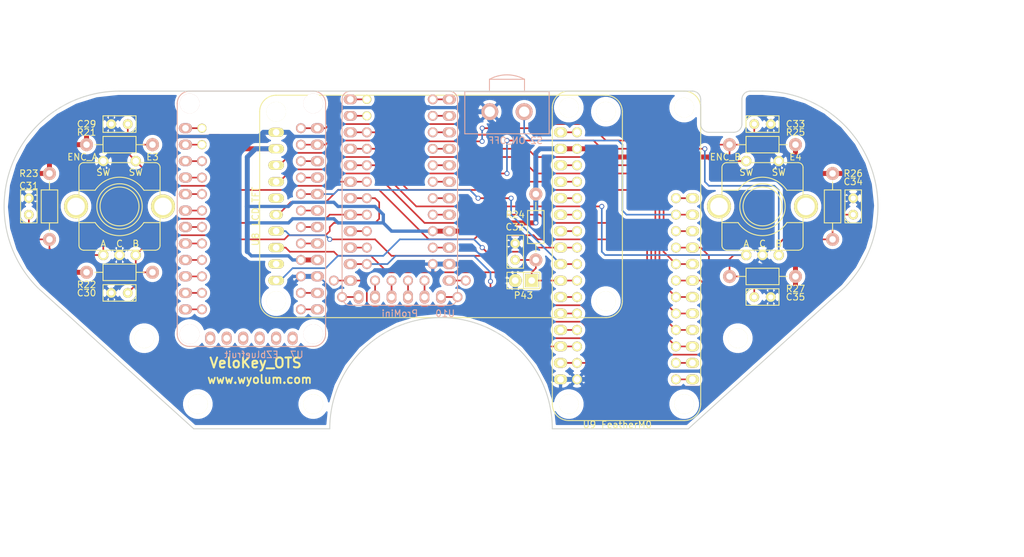
<source format=kicad_pcb>
(kicad_pcb (version 4) (host pcbnew 4.0.1-3.201512221401+6198~38~ubuntu15.10.1-stable)
  (layers (0 F.Cu signal hide) (31 B.Cu signal) (34 B.Paste user) (35 F.Paste user) (36 B.SilkS user) (37 F.SilkS user) (38 B.Mask user) (39 F.Mask user) (44 Edge.Cuts user))
  (net 0 "")
  (net 1 "Net-(U7-Pad1)")
  (net 2 "Net-(U7-Pad2)")
  (net 3 "Net-(U8-Pad8)")
  (net 4 "Net-(U8-Pad7)")
  (net 5 "Net-(U8-Pad5)")
  (net 6 "Net-(U8-Pad4)")
  (net 7 "Net-(U8-Pad3)")
  (net 8 "Net-(U10-Pad19)")
  (net 9 "Net-(U10-Pad20)")
  (net 10 "Net-(C29-Pad1)")
  (net 11 "Net-(C30-Pad1)")
  (net 12 "Net-(C31-Pad1)")
  (net 13 "Net-(C33-Pad1)")
  (net 14 "Net-(C34-Pad1)")
  (net 15 "Net-(C35-Pad1)")
  (net 16 "Net-(U7-Pad3)")
  (net 17 "Net-(U7-Pad4)")
  (net 18 "Net-(U7-Pad6)")
  (net 19 "Net-(U7-Pad7)")
  (net 20 "Net-(U7-Pad8)")
  (net 21 "Net-(U7-Pad11)")
  (net 22 "Net-(U7-Pad12)")
  (net 23 "Net-(U7-Pad19)")
  (net 24 "Net-(U7-Pad20)")
  (net 25 "Net-(U7-Pad21)")
  (net 26 "Net-(U7-Pad22)")
  (net 27 "Net-(U7-Pad23)")
  (net 28 "Net-(U7-Pad24)")
  (net 29 "Net-(U7-Pad25)")
  (net 30 "Net-(U7-Pad26)")
  (net 31 "Net-(U7-Pad27)")
  (net 32 "Net-(U7-Pad28)")
  (net 33 "Net-(U7-Pad29)")
  (net 34 "Net-(U7-Pad30)")
  (net 35 "Net-(U9-Pad1)")
  (net 36 "Net-(U9-Pad2)")
  (net 37 "Net-(U9-Pad10)")
  (net 38 "Net-(U9-Pad12)")
  (net 39 "Net-(U9-Pad13)")
  (net 40 "Net-(U9-Pad15)")
  (net 41 "Net-(U9-Pad16)")
  (net 42 "Net-(U9-Pad17)")
  (net 43 "Net-(U9-Pad18)")
  (net 44 "Net-(U9-Pad19)")
  (net 45 "Net-(U9-Pad23)")
  (net 46 "Net-(U9-Pad24)")
  (net 47 "Net-(U9-Pad25)")
  (net 48 "Net-(U10-Pad1)")
  (net 49 "Net-(U10-Pad2)")
  (net 50 "Net-(U10-Pad3)")
  (net 51 "Net-(U10-Pad4)")
  (net 52 "Net-(U10-Pad5)")
  (net 53 "Net-(U10-Pad6)")
  (net 54 "Net-(U10-Pad7)")
  (net 55 "Net-(U10-Pad8)")
  (net 56 "Net-(U10-Pad10)")
  (net 57 "Net-(U10-Pad12)")
  (net 58 "Net-(U10-Pad13)")
  (net 59 "Net-(U10-Pad14)")
  (net 60 "Net-(U10-Pad15)")
  (net 61 "Net-(U10-Pad16)")
  (net 62 "Net-(U10-Pad17)")
  (net 63 "Net-(U10-Pad18)")
  (net 64 "Net-(U10-Pad21)")
  (net 65 "Net-(U10-Pad22)")
  (net 66 "Net-(U10-Pad29)")
  (net 67 "Net-(U10-Pad30)")
  (net 68 "Net-(S2-Pad3)")
  (net 69 /GND)
  (net 70 /VCC)
  (net 71 /L2)
  (net 72 /LITE)
  (net 73 /POWERUP)
  (module velokey-footprints:Pro_Mini (layer B.Cu) (at 85.725 39.37 90)
    (fp_text reference U10 (at -17.78 6.985 180) (layer B.SilkS) (effects (font (size 1.016 1.016) (thickness 0.1524)) (justify mirror)))
    (fp_text value ProMini (at -17.78 0 180) (layer B.SilkS) (effects (font (size 1.016 1.016) (thickness 0.1524)) (justify mirror)))
    (pad 1 thru_hole oval (at 15.24 7.62 90) (size 1.524 2.032) (drill 1.016) (layers *.Cu *.Mask B.SilkS) (net 48 "Net-(U10-Pad1)"))
    (pad 2 thru_hole oval (at 12.7 7.62 90) (size 1.524 2.032) (drill 1.016) (layers *.Cu *.Mask B.SilkS) (net 49 "Net-(U10-Pad2)"))
    (pad 3 thru_hole oval (at 10.16 7.62 90) (size 1.524 2.032) (drill 1.016) (layers *.Cu *.Mask B.SilkS) (net 50 "Net-(U10-Pad3)"))
    (pad 4 thru_hole oval (at 7.62 7.62 90) (size 1.524 2.032) (drill 1.016) (layers *.Cu *.Mask B.SilkS) (net 51 "Net-(U10-Pad4)"))
    (pad 5 thru_hole oval (at 5.08 7.62 90) (size 1.524 2.032) (drill 1.016) (layers *.Cu *.Mask B.SilkS) (net 52 "Net-(U10-Pad5)"))
    (pad 6 thru_hole oval (at 2.54 7.62 90) (size 1.524 2.032) (drill 1.016) (layers *.Cu *.Mask B.SilkS) (net 53 "Net-(U10-Pad6)"))
    (pad 7 thru_hole oval (at 0 7.62 90) (size 1.524 2.032) (drill 1.016) (layers *.Cu *.Mask B.SilkS) (net 54 "Net-(U10-Pad7)"))
    (pad 8 thru_hole oval (at -2.54 7.62 90) (size 1.524 2.032) (drill 1.016) (layers *.Cu *.Mask B.SilkS) (net 55 "Net-(U10-Pad8)"))
    (pad 9 thru_hole oval (at -5.08 7.62 90) (size 1.524 2.032) (drill 1.016) (layers *.Cu *.Mask B.SilkS) (net 70 /VCC))
    (pad 10 thru_hole oval (at -7.62 7.62 90) (size 1.524 2.032) (drill 1.016) (layers *.Cu *.Mask B.SilkS) (net 56 "Net-(U10-Pad10)"))
    (pad 11 thru_hole oval (at -10.16 7.62 90) (size 1.524 2.032) (drill 1.016) (layers *.Cu *.Mask B.SilkS) (net 69 /GND))
    (pad 12 thru_hole oval (at -12.7 7.62 90) (size 1.524 2.032) (drill 1.016) (layers *.Cu *.Mask B.SilkS) (net 57 "Net-(U10-Pad12)"))
    (pad 13 thru_hole oval (at -15.24 6.35 90) (size 2.032 1.524) (drill 1.016) (layers *.Cu *.Mask B.SilkS) (net 58 "Net-(U10-Pad13)"))
    (pad 14 thru_hole oval (at -15.24 3.81 90) (size 2.032 1.524) (drill 1.016) (layers *.Cu *.Mask B.SilkS) (net 59 "Net-(U10-Pad14)"))
    (pad 15 thru_hole oval (at -15.24 1.27 90) (size 2.032 1.524) (drill 1.016) (layers *.Cu *.Mask B.SilkS) (net 60 "Net-(U10-Pad15)"))
    (pad 16 thru_hole oval (at -15.24 -1.27 90) (size 2.032 1.524) (drill 1.016) (layers *.Cu *.Mask B.SilkS) (net 61 "Net-(U10-Pad16)"))
    (pad 17 thru_hole oval (at -15.24 -3.81 90) (size 2.032 1.524) (drill 1.016) (layers *.Cu *.Mask B.SilkS) (net 62 "Net-(U10-Pad17)"))
    (pad 18 thru_hole oval (at -15.24 -6.35 90) (size 2.032 1.524) (drill 1.016) (layers *.Cu *.Mask B.SilkS) (net 63 "Net-(U10-Pad18)"))
    (pad 19 thru_hole oval (at -12.699999 -7.62 90) (size 1.524 2.032) (drill 1.016) (layers *.Cu *.Mask B.SilkS) (net 8 "Net-(U10-Pad19)"))
    (pad 20 thru_hole oval (at -10.16 -7.62 90) (size 1.524 2.032) (drill 1.016) (layers *.Cu *.Mask B.SilkS) (net 9 "Net-(U10-Pad20)"))
    (pad 21 thru_hole oval (at -7.62 -7.62 90) (size 1.524 2.032) (drill 1.016) (layers *.Cu *.Mask B.SilkS) (net 64 "Net-(U10-Pad21)"))
    (pad 22 thru_hole oval (at -5.08 -7.62 90) (size 1.524 2.032) (drill 1.016) (layers *.Cu *.Mask B.SilkS) (net 65 "Net-(U10-Pad22)"))
    (pad 23 thru_hole oval (at -2.54 -7.62 90) (size 1.524 2.032) (drill 1.016) (layers *.Cu *.Mask B.SilkS) (net 12 "Net-(C31-Pad1)"))
    (pad 24 thru_hole oval (at 0 -7.62 90) (size 1.524 2.032) (drill 1.016) (layers *.Cu *.Mask B.SilkS) (net 11 "Net-(C30-Pad1)"))
    (pad 25 thru_hole oval (at 2.54 -7.62 90) (size 1.524 2.032) (drill 1.016) (layers *.Cu *.Mask B.SilkS) (net 10 "Net-(C29-Pad1)"))
    (pad 26 thru_hole oval (at 5.08 -7.62 90) (size 1.524 2.032) (drill 1.016) (layers *.Cu *.Mask B.SilkS) (net 15 "Net-(C35-Pad1)"))
    (pad 27 thru_hole oval (at 7.62 -7.62 90) (size 1.524 2.032) (drill 1.016) (layers *.Cu *.Mask B.SilkS) (net 14 "Net-(C34-Pad1)"))
    (pad 28 thru_hole oval (at 10.16 -7.62 90) (size 1.524 2.032) (drill 1.016) (layers *.Cu *.Mask B.SilkS) (net 13 "Net-(C33-Pad1)"))
    (pad 29 thru_hole oval (at 12.7 -7.62 90) (size 1.524 2.032) (drill 1.016) (layers *.Cu *.Mask B.SilkS) (net 66 "Net-(U10-Pad29)"))
    (pad 30 thru_hole oval (at 15.24 -7.62 90) (size 1.524 2.032) (drill 1.016) (layers *.Cu *.Mask B.SilkS) (net 67 "Net-(U10-Pad30)"))
    (pad 1 thru_hole oval (at 15.24 5.08 90) (size 1.524 1.524) (drill 1.016) (layers *.Cu *.Mask B.SilkS) (net 48 "Net-(U10-Pad1)"))
    (pad 2 thru_hole oval (at 12.7 5.08 90) (size 1.524 1.524) (drill 1.016) (layers *.Cu *.Mask B.SilkS) (net 49 "Net-(U10-Pad2)"))
    (pad 3 thru_hole oval (at 10.16 5.08 90) (size 1.524 1.524) (drill 1.016) (layers *.Cu *.Mask B.SilkS) (net 50 "Net-(U10-Pad3)"))
    (pad 4 thru_hole oval (at 7.62 5.08 90) (size 1.524 1.524) (drill 1.016) (layers *.Cu *.Mask B.SilkS) (net 51 "Net-(U10-Pad4)"))
    (pad 5 thru_hole oval (at 5.08 5.08 90) (size 1.524 1.524) (drill 1.016) (layers *.Cu *.Mask B.SilkS) (net 52 "Net-(U10-Pad5)"))
    (pad 6 thru_hole oval (at 2.54 5.08 90) (size 1.524 1.524) (drill 1.016) (layers *.Cu *.Mask B.SilkS) (net 53 "Net-(U10-Pad6)"))
    (pad 7 thru_hole oval (at 0 5.08 90) (size 1.524 1.524) (drill 1.016) (layers *.Cu *.Mask B.SilkS) (net 54 "Net-(U10-Pad7)"))
    (pad 8 thru_hole oval (at -2.54 5.08 90) (size 1.524 1.524) (drill 1.016) (layers *.Cu *.Mask B.SilkS) (net 55 "Net-(U10-Pad8)"))
    (pad 9 thru_hole oval (at -5.08 5.08 90) (size 1.524 1.524) (drill 1.016) (layers *.Cu *.Mask B.SilkS) (net 70 /VCC))
    (pad 10 thru_hole oval (at -7.62 5.08 90) (size 1.524 1.524) (drill 1.016) (layers *.Cu *.Mask B.SilkS) (net 56 "Net-(U10-Pad10)"))
    (pad 11 thru_hole oval (at -10.16 5.08 90) (size 1.524 1.524) (drill 1.016) (layers *.Cu *.Mask B.SilkS) (net 69 /GND))
    (pad 12 thru_hole oval (at -12.7 10.16 90) (size 1.524 1.524) (drill 1.016) (layers *.Cu *.Mask B.SilkS) (net 57 "Net-(U10-Pad12)"))
    (pad 13 thru_hole oval (at -15.24 8.89 90) (size 1.524 1.524) (drill 1.016) (layers *.Cu *.Mask B.SilkS) (net 58 "Net-(U10-Pad13)"))
    (pad 14 thru_hole oval (at -12.7 3.81 90) (size 1.524 1.524) (drill 1.016) (layers *.Cu *.Mask B.SilkS) (net 59 "Net-(U10-Pad14)"))
    (pad 15 thru_hole oval (at -12.7 1.27 90) (size 1.524 1.524) (drill 1.016) (layers *.Cu *.Mask B.SilkS) (net 60 "Net-(U10-Pad15)"))
    (pad 16 thru_hole oval (at -12.7 -1.27 90) (size 1.524 1.524) (drill 1.016) (layers *.Cu *.Mask B.SilkS) (net 61 "Net-(U10-Pad16)"))
    (pad 17 thru_hole oval (at -12.7 -3.81 90) (size 1.524 1.524) (drill 1.016) (layers *.Cu *.Mask B.SilkS) (net 62 "Net-(U10-Pad17)"))
    (pad 18 thru_hole oval (at -15.24 -8.89 90) (size 1.524 1.524) (drill 1.016) (layers *.Cu *.Mask B.SilkS) (net 63 "Net-(U10-Pad18)"))
    (pad 19 thru_hole oval (at -12.7 -10.16 90) (size 1.524 1.524) (drill 1.016) (layers *.Cu *.Mask B.SilkS) (net 8 "Net-(U10-Pad19)"))
    (pad 20 thru_hole oval (at -10.16 -5.08 90) (size 1.524 1.524) (drill 1.016) (layers *.Cu *.Mask B.SilkS) (net 9 "Net-(U10-Pad20)"))
    (pad 21 thru_hole oval (at -7.62 -5.08 90) (size 1.524 1.524) (drill 1.016) (layers *.Cu *.Mask B.SilkS) (net 64 "Net-(U10-Pad21)"))
    (pad 22 thru_hole oval (at -5.08 -5.08 90) (size 1.524 1.524) (drill 1.016) (layers *.Cu *.Mask B.SilkS) (net 65 "Net-(U10-Pad22)"))
    (pad 23 thru_hole oval (at -2.54 -5.08 90) (size 1.524 1.524) (drill 1.016) (layers *.Cu *.Mask B.SilkS) (net 12 "Net-(C31-Pad1)"))
    (pad 24 thru_hole oval (at 0 -5.08 90) (size 1.524 1.524) (drill 1.016) (layers *.Cu *.Mask B.SilkS) (net 11 "Net-(C30-Pad1)"))
    (pad 25 thru_hole oval (at 2.54 -5.08 90) (size 1.524 1.524) (drill 1.016) (layers *.Cu *.Mask B.SilkS) (net 10 "Net-(C29-Pad1)"))
    (pad 26 thru_hole oval (at 5.08 -5.08 90) (size 1.524 1.524) (drill 1.016) (layers *.Cu *.Mask B.SilkS) (net 15 "Net-(C35-Pad1)"))
    (pad 27 thru_hole oval (at 7.62 -5.08 90) (size 1.524 1.524) (drill 1.016) (layers *.Cu *.Mask B.SilkS) (net 14 "Net-(C34-Pad1)"))
    (pad 28 thru_hole oval (at 10.16 -5.08 90) (size 1.524 1.524) (drill 1.016) (layers *.Cu *.Mask B.SilkS) (net 13 "Net-(C33-Pad1)"))
    (pad 29 thru_hole oval (at 12.7 -5.08 90) (size 1.397 1.397) (drill 1.016) (layers *.Cu *.Mask F.SilkS) (net 66 "Net-(U10-Pad29)"))
    (pad 30 thru_hole oval (at 15.24 -5.08 90) (size 1.397 1.397) (drill 1.016) (layers *.Cu *.Mask F.SilkS) (net 67 "Net-(U10-Pad30)"))
  )
  (module velokey-footprints:Capacitor3MMDiscRM2.5 (layer F.Cu) (at 141.605 54.61)
    (fp_text reference C35 (at 5.08 0) (layer F.SilkS) (effects (font (size 1.016 1.016) (thickness 0.1524))))
    (fp_text value 1uF hide)
    (pad 1 thru_hole circle (at -1.27 0) (size 1.50114 1.50114) (drill 0.8001) (layers *.Cu *.Mask F.SilkS) (net 15 "Net-(C35-Pad1)"))
    (pad 2 thru_hole circle (at 1.27 0) (size 1.50114 1.50114) (drill 0.8001) (layers *.Cu *.Mask F.SilkS) (net 69 /GND))
  )
  (module velokey-footprints:Capacitor3MMDiscRM2.5 (layer F.Cu) (at 155.575 40.64 90)
    (fp_text reference C34 (at 3.81 0 180) (layer F.SilkS) (effects (font (size 1.016 1.016) (thickness 0.1524))))
    (fp_text value 1uF hide)
    (pad 1 thru_hole circle (at -1.27 0 90) (size 1.50114 1.50114) (drill 0.8001) (layers *.Cu *.Mask F.SilkS) (net 14 "Net-(C34-Pad1)"))
    (pad 2 thru_hole circle (at 1.27 0 90) (size 1.50114 1.50114) (drill 0.8001) (layers *.Cu *.Mask F.SilkS) (net 69 /GND))
  )
  (module velokey-footprints:Capacitor3MMDiscRM2.5 (layer F.Cu) (at 141.605 27.94)
    (fp_text reference C33 (at 5.08 0) (layer F.SilkS) (effects (font (size 1.016 1.016) (thickness 0.1524))))
    (fp_text value 1uF hide)
    (pad 1 thru_hole circle (at -1.27 0) (size 1.50114 1.50114) (drill 0.8001) (layers *.Cu *.Mask F.SilkS) (net 13 "Net-(C33-Pad1)"))
    (pad 2 thru_hole circle (at 1.27 0) (size 1.50114 1.50114) (drill 0.8001) (layers *.Cu *.Mask F.SilkS) (net 69 /GND))
  )
  (module velokey-footprints:Capacitor3MMDiscRM2.5 (layer F.Cu) (at 103.505 47.625 90)
    (fp_text reference C32 (at 3.81 0 180) (layer F.SilkS) (effects (font (size 1.016 1.016) (thickness 0.1524))))
    (fp_text value 1uF hide)
    (pad 1 thru_hole circle (at -1.27 0 90) (size 1.50114 1.50114) (drill 0.8001) (layers *.Cu *.Mask F.SilkS) (net 73 /POWERUP))
    (pad 2 thru_hole circle (at 1.27 0 90) (size 1.50114 1.50114) (drill 0.8001) (layers *.Cu *.Mask F.SilkS) (net 69 /GND))
  )
  (module velokey-footprints:Capacitor3MMDiscRM2.5 (layer F.Cu) (at 28.575 40.64 90)
    (fp_text reference C31 (at 3.175 0 180) (layer F.SilkS) (effects (font (size 1.016 1.016) (thickness 0.1524))))
    (fp_text value 1uF hide)
    (pad 1 thru_hole circle (at -1.27 0 90) (size 1.50114 1.50114) (drill 0.8001) (layers *.Cu *.Mask F.SilkS) (net 12 "Net-(C31-Pad1)"))
    (pad 2 thru_hole circle (at 1.27 0 90) (size 1.50114 1.50114) (drill 0.8001) (layers *.Cu *.Mask F.SilkS) (net 69 /GND))
  )
  (module velokey-footprints:Capacitor3MMDiscRM2.5 (layer F.Cu) (at 42.545 53.975 180)
    (fp_text reference C30 (at 5.08 0 180) (layer F.SilkS) (effects (font (size 1.016 1.016) (thickness 0.1524))))
    (fp_text value 1uF hide)
    (pad 1 thru_hole circle (at -1.27 0 180) (size 1.50114 1.50114) (drill 0.8001) (layers *.Cu *.Mask F.SilkS) (net 11 "Net-(C30-Pad1)"))
    (pad 2 thru_hole circle (at 1.27 0 180) (size 1.50114 1.50114) (drill 0.8001) (layers *.Cu *.Mask F.SilkS) (net 69 /GND))
  )
  (module velokey-footprints:Capacitor3MMDiscRM2.5 (layer F.Cu) (at 42.545 27.94 180)
    (fp_text reference C29 (at 5.08 0 180) (layer F.SilkS) (effects (font (size 1.016 1.016) (thickness 0.1524))))
    (fp_text value 1uF hide)
    (pad 1 thru_hole circle (at -1.27 0 180) (size 1.50114 1.50114) (drill 0.8001) (layers *.Cu *.Mask F.SilkS) (net 10 "Net-(C29-Pad1)"))
    (pad 2 thru_hole circle (at 1.27 0 180) (size 1.50114 1.50114) (drill 0.8001) (layers *.Cu *.Mask F.SilkS) (net 69 /GND))
  )
  (module velokey-footprints:Resistor_Horizontal_RM10mm (layer F.Cu) (at 141.605 51.435 180)
    (fp_text reference R27 (at -5.08 -1.905 180) (layer F.SilkS) (effects (font (size 1.016 1.016) (thickness 0.1524))))
    (fp_text value 10k hide)
    (pad 1 thru_hole circle (at -5.08 0 180) (size 1.99898 1.99898) (drill 1.00076) (layers *.Cu *.SilkS *.Mask) (net 70 /VCC))
    (pad 2 thru_hole circle (at 5.08 0 180) (size 1.99898 1.99898) (drill 1.00076) (layers *.Cu *.SilkS *.Mask) (net 15 "Net-(C35-Pad1)"))
  )
  (module velokey-footprints:Resistor_Horizontal_RM10mm (layer F.Cu) (at 152.4 40.64 270)
    (fp_text reference R26 (at -5.08 -3.175 360) (layer F.SilkS) (effects (font (size 1.016 1.016) (thickness 0.1524))))
    (fp_text value 10k hide)
    (pad 1 thru_hole circle (at -5.08 0 270) (size 1.99898 1.99898) (drill 1.00076) (layers *.Cu *.SilkS *.Mask) (net 70 /VCC))
    (pad 2 thru_hole circle (at 5.08 0 270) (size 1.99898 1.99898) (drill 1.00076) (layers *.Cu *.SilkS *.Mask) (net 14 "Net-(C34-Pad1)"))
  )
  (module velokey-footprints:Resistor_Horizontal_RM10mm (layer F.Cu) (at 141.605 31.115 180)
    (fp_text reference R25 (at -5.08 1.905 180) (layer F.SilkS) (effects (font (size 1.016 1.016) (thickness 0.1524))))
    (fp_text value 10k hide)
    (pad 1 thru_hole circle (at -5.08 0 180) (size 1.99898 1.99898) (drill 1.00076) (layers *.Cu *.SilkS *.Mask) (net 70 /VCC))
    (pad 2 thru_hole circle (at 5.08 0 180) (size 1.99898 1.99898) (drill 1.00076) (layers *.Cu *.SilkS *.Mask) (net 13 "Net-(C33-Pad1)"))
  )
  (module velokey-footprints:Resistor_Horizontal_RM10mm (layer F.Cu) (at 106.68 43.815 270)
    (fp_text reference R24 (at -1.905 3.175 360) (layer F.SilkS) (effects (font (size 1.016 1.016) (thickness 0.1524))))
    (fp_text value 10k hide)
    (pad 1 thru_hole circle (at -5.08 0 270) (size 1.99898 1.99898) (drill 1.00076) (layers *.Cu *.SilkS *.Mask) (net 70 /VCC))
    (pad 2 thru_hole circle (at 5.08 0 270) (size 1.99898 1.99898) (drill 1.00076) (layers *.Cu *.SilkS *.Mask) (net 73 /POWERUP))
  )
  (module velokey-footprints:Resistor_Horizontal_RM10mm (layer F.Cu) (at 31.75 40.64 270)
    (fp_text reference R23 (at -5.08 3.175 360) (layer F.SilkS) (effects (font (size 1.016 1.016) (thickness 0.1524))))
    (fp_text value 10k hide)
    (pad 1 thru_hole circle (at -5.08 0 270) (size 1.99898 1.99898) (drill 1.00076) (layers *.Cu *.SilkS *.Mask) (net 70 /VCC))
    (pad 2 thru_hole circle (at 5.08 0 270) (size 1.99898 1.99898) (drill 1.00076) (layers *.Cu *.SilkS *.Mask) (net 12 "Net-(C31-Pad1)"))
  )
  (module velokey-footprints:Resistor_Horizontal_RM10mm (layer F.Cu) (at 42.545 50.8)
    (fp_text reference R22 (at -5.08 1.905) (layer F.SilkS) (effects (font (size 1.016 1.016) (thickness 0.1524))))
    (fp_text value 10k hide)
    (pad 1 thru_hole circle (at -5.08 0) (size 1.99898 1.99898) (drill 1.00076) (layers *.Cu *.SilkS *.Mask) (net 70 /VCC))
    (pad 2 thru_hole circle (at 5.08 0) (size 1.99898 1.99898) (drill 1.00076) (layers *.Cu *.SilkS *.Mask) (net 11 "Net-(C30-Pad1)"))
  )
  (module velokey-footprints:Resistor_Horizontal_RM10mm (layer F.Cu) (at 42.545 31.115)
    (fp_text reference R21 (at -5.08 -1.905) (layer F.SilkS) (effects (font (size 1.016 1.016) (thickness 0.1524))))
    (fp_text value 10k hide)
    (pad 1 thru_hole circle (at -5.08 0) (size 1.99898 1.99898) (drill 1.00076) (layers *.Cu *.SilkS *.Mask) (net 70 /VCC))
    (pad 2 thru_hole circle (at 5.08 0) (size 1.99898 1.99898) (drill 1.00076) (layers *.Cu *.SilkS *.Mask) (net 10 "Net-(C29-Pad1)"))
  )
  (module velokey-footprints:Pin_Header_Straight_1x02 (layer F.Cu) (at 104.775 52.07 180)
    (fp_text reference P43 (at 0 -2.286 180) (layer F.SilkS) (effects (font (size 1.016 1.016) (thickness 0.1524))))
    (fp_text value POWER_UP hide)
    (pad 1 thru_hole rect (at -1.27 0 180) (size 2.032 2.032) (drill 1.016) (layers *.Cu *.Mask F.SilkS) (net 73 /POWERUP))
    (pad 2 thru_hole oval (at 1.27 0 180) (size 2.032 2.032) (drill 1.016) (layers *.Cu *.Mask F.SilkS) (net 69 /GND))
  )
  (module velokey-footprints:EZ_bluefruit (layer B.Cu) (at 62.865 42.545 90)
    (fp_text reference U7 (at -20.955 6.985 180) (layer B.SilkS) (effects (font (size 1.016 1.016) (thickness 0.1524)) (justify mirror)))
    (fp_text value EZbluefruit (at -20.955 0 180) (layer B.SilkS) (effects (font (size 1.016 1.016) (thickness 0.1524)) (justify mirror)))
    (pad 1 thru_hole oval (at 13.97 10.16 90) (size 1.524 2.032) (drill 1.016) (layers *.Cu *.Mask B.SilkS) (net 1 "Net-(U7-Pad1)"))
    (pad 2 thru_hole oval (at 11.43 10.16 90) (size 1.524 2.032) (drill 1.016) (layers *.Cu *.Mask B.SilkS) (net 2 "Net-(U7-Pad2)"))
    (pad 3 thru_hole oval (at 8.89 10.16 90) (size 1.524 2.032) (drill 1.016) (layers *.Cu *.Mask B.SilkS) (net 16 "Net-(U7-Pad3)"))
    (pad 4 thru_hole oval (at 6.35 10.16 90) (size 1.524 2.032) (drill 1.016) (layers *.Cu *.Mask B.SilkS) (net 17 "Net-(U7-Pad4)"))
    (pad 5 thru_hole oval (at 3.81 10.16 90) (size 1.524 2.032) (drill 1.016) (layers *.Cu *.Mask B.SilkS) (net 71 /L2))
    (pad 6 thru_hole oval (at 1.27 10.16 90) (size 1.524 2.032) (drill 1.016) (layers *.Cu *.Mask B.SilkS) (net 18 "Net-(U7-Pad6)"))
    (pad 7 thru_hole oval (at -1.27 10.16 90) (size 1.524 2.032) (drill 1.016) (layers *.Cu *.Mask B.SilkS) (net 19 "Net-(U7-Pad7)"))
    (pad 8 thru_hole oval (at -3.81 10.16 90) (size 1.524 2.032) (drill 1.016) (layers *.Cu *.Mask B.SilkS) (net 20 "Net-(U7-Pad8)"))
    (pad 9 thru_hole oval (at -6.35 10.16 90) (size 1.524 2.032) (drill 1.016) (layers *.Cu *.Mask B.SilkS) (net 70 /VCC))
    (pad 10 thru_hole oval (at -8.89 10.16 90) (size 1.524 2.032) (drill 1.016) (layers *.Cu *.Mask B.SilkS) (net 69 /GND))
    (pad 11 thru_hole oval (at -11.43 10.16 90) (size 1.524 2.032) (drill 1.016) (layers *.Cu *.Mask B.SilkS) (net 21 "Net-(U7-Pad11)"))
    (pad 12 thru_hole oval (at -13.97 10.16 90) (size 1.524 2.032) (drill 1.016) (layers *.Cu *.Mask B.SilkS) (net 22 "Net-(U7-Pad12)"))
    (pad 13 thru_hole oval (at -18.415 6.35 90) (size 2.032 1.524) (drill 1.016) (layers *.Cu *.Mask B.SilkS))
    (pad 14 thru_hole oval (at -18.415 3.81 90) (size 2.032 1.524) (drill 1.016) (layers *.Cu *.Mask B.SilkS))
    (pad 15 thru_hole oval (at -18.415 1.27 90) (size 2.032 1.524) (drill 1.016) (layers *.Cu *.Mask B.SilkS))
    (pad 16 thru_hole oval (at -18.415 -1.27 90) (size 2.032 1.524) (drill 1.016) (layers *.Cu *.Mask B.SilkS))
    (pad 17 thru_hole oval (at -18.415 -3.81 90) (size 2.032 1.524) (drill 1.016) (layers *.Cu *.Mask B.SilkS))
    (pad 18 thru_hole oval (at -18.415 -6.35 90) (size 2.032 1.524) (drill 1.016) (layers *.Cu *.Mask B.SilkS))
    (pad 19 thru_hole oval (at -13.97 -10.16 90) (size 1.524 2.032) (drill 1.016) (layers *.Cu *.Mask B.SilkS) (net 23 "Net-(U7-Pad19)"))
    (pad 20 thru_hole oval (at -11.43 -10.16 90) (size 1.524 2.032) (drill 1.016) (layers *.Cu *.Mask B.SilkS) (net 24 "Net-(U7-Pad20)"))
    (pad 21 thru_hole oval (at -8.89 -10.16 90) (size 1.524 2.032) (drill 1.016) (layers *.Cu *.Mask B.SilkS) (net 25 "Net-(U7-Pad21)"))
    (pad 22 thru_hole oval (at -6.35 -10.16 90) (size 1.524 2.032) (drill 1.016) (layers *.Cu *.Mask B.SilkS) (net 26 "Net-(U7-Pad22)"))
    (pad 23 thru_hole oval (at -3.81 -10.16 90) (size 1.524 2.032) (drill 1.016) (layers *.Cu *.Mask B.SilkS) (net 27 "Net-(U7-Pad23)"))
    (pad 24 thru_hole oval (at -1.27 -10.16 90) (size 1.524 2.032) (drill 1.016) (layers *.Cu *.Mask B.SilkS) (net 28 "Net-(U7-Pad24)"))
    (pad 25 thru_hole oval (at 1.27 -10.16 90) (size 1.524 2.032) (drill 1.016) (layers *.Cu *.Mask B.SilkS) (net 29 "Net-(U7-Pad25)"))
    (pad 26 thru_hole oval (at 3.81 -10.16 90) (size 1.524 2.032) (drill 1.016) (layers *.Cu *.Mask B.SilkS) (net 30 "Net-(U7-Pad26)"))
    (pad 27 thru_hole oval (at 6.35 -10.16 90) (size 1.524 2.032) (drill 1.016) (layers *.Cu *.Mask B.SilkS) (net 31 "Net-(U7-Pad27)"))
    (pad 28 thru_hole oval (at 8.89 -10.16 90) (size 1.524 2.032) (drill 1.016) (layers *.Cu *.Mask B.SilkS) (net 32 "Net-(U7-Pad28)"))
    (pad 29 thru_hole oval (at 11.43 -10.16 90) (size 1.524 2.032) (drill 1.016) (layers *.Cu *.Mask B.SilkS) (net 33 "Net-(U7-Pad29)"))
    (pad 30 thru_hole oval (at 13.97 -10.16 90) (size 1.524 2.032) (drill 1.016) (layers *.Cu *.Mask B.SilkS) (net 34 "Net-(U7-Pad30)"))
    (pad "" np_thru_hole circle (at -17.78 9.525 90) (size 3.048 3.048) (drill 3.048) (layers *.Cu *.Mask B.SilkS) (clearance 0.762))
    (pad "" np_thru_hole circle (at -17.78 -9.525 90) (size 3.048 3.048) (drill 3.048) (layers *.Cu *.Mask B.SilkS) (clearance 0.762))
    (pad "" np_thru_hole circle (at 17.78 -9.525 90) (size 3.048 3.048) (drill 3.048) (layers *.Cu *.Mask B.SilkS) (clearance 0.762))
    (pad "" np_thru_hole circle (at 17.78 9.525 90) (size 3.048 3.048) (drill 3.048) (layers *.Cu *.Mask B.SilkS) (clearance 0.762))
    (pad 1 thru_hole oval (at 13.97 7.62 90) (size 1.524 1.524) (drill 1.016) (layers *.Cu *.Mask B.SilkS) (net 1 "Net-(U7-Pad1)"))
    (pad 2 thru_hole oval (at 11.43 7.62 90) (size 1.524 1.524) (drill 1.016) (layers *.Cu *.Mask B.SilkS) (net 2 "Net-(U7-Pad2)"))
    (pad 3 thru_hole oval (at 8.89 7.62 90) (size 1.524 1.524) (drill 1.016) (layers *.Cu *.Mask B.SilkS) (net 16 "Net-(U7-Pad3)"))
    (pad 4 thru_hole oval (at 6.35 7.62 90) (size 1.524 1.524) (drill 1.016) (layers *.Cu *.Mask B.SilkS) (net 17 "Net-(U7-Pad4)"))
    (pad 5 thru_hole oval (at 3.81 7.62 90) (size 1.524 1.524) (drill 1.016) (layers *.Cu *.Mask B.SilkS) (net 71 /L2))
    (pad 6 thru_hole oval (at 1.27 7.62 90) (size 1.524 1.524) (drill 1.016) (layers *.Cu *.Mask B.SilkS) (net 18 "Net-(U7-Pad6)"))
    (pad 7 thru_hole oval (at -1.27 7.62 90) (size 1.524 1.524) (drill 1.016) (layers *.Cu *.Mask B.SilkS) (net 19 "Net-(U7-Pad7)"))
    (pad 8 thru_hole oval (at -3.81 7.62 90) (size 1.524 1.524) (drill 1.016) (layers *.Cu *.Mask B.SilkS) (net 20 "Net-(U7-Pad8)"))
    (pad 9 thru_hole oval (at -6.35 7.62 90) (size 1.524 1.524) (drill 1.016) (layers *.Cu *.Mask B.SilkS) (net 70 /VCC))
    (pad 10 thru_hole oval (at -8.89 7.62 90) (size 1.524 1.524) (drill 1.016) (layers *.Cu *.Mask B.SilkS) (net 69 /GND))
    (pad 11 thru_hole oval (at -11.43 7.62 90) (size 1.524 1.524) (drill 1.016) (layers *.Cu *.Mask B.SilkS) (net 21 "Net-(U7-Pad11)"))
    (pad 12 thru_hole oval (at -13.97 7.62 90) (size 1.524 1.524) (drill 1.016) (layers *.Cu *.Mask B.SilkS) (net 22 "Net-(U7-Pad12)"))
    (pad 19 thru_hole oval (at -13.97 -7.62 90) (size 1.524 1.524) (drill 1.016) (layers *.Cu *.Mask B.SilkS) (net 23 "Net-(U7-Pad19)"))
    (pad 20 thru_hole oval (at -11.43 -7.62 90) (size 1.524 1.524) (drill 1.016) (layers *.Cu *.Mask B.SilkS) (net 24 "Net-(U7-Pad20)"))
    (pad 21 thru_hole oval (at -8.89 -7.62 90) (size 1.524 1.524) (drill 1.016) (layers *.Cu *.Mask B.SilkS) (net 25 "Net-(U7-Pad21)"))
    (pad 22 thru_hole oval (at -6.35 -7.62 90) (size 1.524 1.524) (drill 1.016) (layers *.Cu *.Mask B.SilkS) (net 26 "Net-(U7-Pad22)"))
    (pad 23 thru_hole oval (at -3.81 -7.62 90) (size 1.524 1.524) (drill 1.016) (layers *.Cu *.Mask B.SilkS) (net 27 "Net-(U7-Pad23)"))
    (pad 24 thru_hole oval (at -1.27 -7.62 90) (size 1.524 1.524) (drill 1.016) (layers *.Cu *.Mask B.SilkS) (net 28 "Net-(U7-Pad24)"))
    (pad 25 thru_hole oval (at 1.27 -7.62 90) (size 1.524 1.524) (drill 1.016) (layers *.Cu *.Mask B.SilkS) (net 29 "Net-(U7-Pad25)"))
    (pad 26 thru_hole oval (at 3.81 -7.62 90) (size 1.524 1.524) (drill 1.016) (layers *.Cu *.Mask B.SilkS) (net 30 "Net-(U7-Pad26)"))
    (pad 27 thru_hole oval (at 6.35 -7.62 90) (size 1.524 1.524) (drill 1.016) (layers *.Cu *.Mask B.SilkS) (net 31 "Net-(U7-Pad27)"))
    (pad 28 thru_hole oval (at 8.89 -7.62 90) (size 1.524 1.524) (drill 1.016) (layers *.Cu *.Mask B.SilkS) (net 32 "Net-(U7-Pad28)"))
    (pad 29 thru_hole oval (at 11.43 -7.62 90) (size 1.397 1.397) (drill 1.016) (layers *.Cu *.Mask F.SilkS) (net 33 "Net-(U7-Pad29)"))
    (pad 30 thru_hole oval (at 13.97 -7.62 90) (size 1.397 1.397) (drill 1.016) (layers *.Cu *.Mask F.SilkS) (net 34 "Net-(U7-Pad30)"))
  )
  (module velokey-footprints:MountingHole_3mm (layer F.Cu) (at 72.39 71.12)
    (fp_text reference H3 hide)
    (fp_text value MTG_HOLE hide)
    (pad "" np_thru_hole circle (at 0 0) (size 3.048 3.048) (drill 3.048) (layers *.Cu *.Mask F.SilkS) (clearance 0.762))
  )
  (module velokey-footprints:MountingHole_3mm (layer F.Cu) (at 54.61 71.12)
    (fp_text reference H2 hide)
    (fp_text value MTG_HOLE hide)
    (pad "" np_thru_hole circle (at 0 0) (size 3.048 3.048) (drill 3.048) (layers *.Cu *.Mask F.SilkS) (clearance 0.762))
  )
  (module velokey-footprints:MountingHole_3mm (layer F.Cu) (at 137.795 60.96)
    (fp_text reference H4 hide)
    (fp_text value MTG_HOLE hide)
    (pad "" np_thru_hole circle (at 0 0) (size 3.048 3.048) (drill 3.048) (layers *.Cu *.Mask F.SilkS) (clearance 0.762))
  )
  (module velokey-footprints:MountingHole_3mm (layer F.Cu) (at 46.355 60.96)
    (fp_text reference H1 hide)
    (fp_text value MTG_HOLE hide)
    (pad "" np_thru_hole circle (at 0 0) (size 3.048 3.048) (drill 3.048) (layers *.Cu *.Mask F.SilkS) (clearance 0.762))
  )
  (module velokey-footprints:LCD_TFT (layer F.Cu) (at 92.075 40.64)
    (fp_text reference U8 (at -28.575 5.08 90) (layer F.SilkS) (effects (font (size 1.016 1.016) (thickness 0.1524))))
    (fp_text value LCD_TFT (at -28.575 0 90) (layer F.SilkS) (effects (font (size 1.016 1.016) (thickness 0.1524))))
    (pad 10 thru_hole oval (at -25.4 -11.43) (size 2.413 1.397) (drill 1.016) (layers *.Cu *.Mask F.SilkS) (net 69 /GND))
    (pad 9 thru_hole oval (at -25.4 -8.89) (size 2.413 1.397) (drill 1.016) (layers *.Cu *.Mask F.SilkS) (net 70 /VCC))
    (pad 8 thru_hole oval (at -25.4 -6.35) (size 2.413 1.397) (drill 1.016) (layers *.Cu *.Mask F.SilkS) (net 3 "Net-(U8-Pad8)"))
    (pad 7 thru_hole oval (at -25.4 -3.81) (size 2.413 1.397) (drill 1.016) (layers *.Cu *.Mask F.SilkS) (net 4 "Net-(U8-Pad7)"))
    (pad 6 thru_hole oval (at -25.4 -1.27) (size 2.413 1.397) (drill 1.016) (layers *.Cu *.Mask F.SilkS))
    (pad 5 thru_hole oval (at -25.4 1.27) (size 2.032 1.397) (drill 1.016) (layers *.Cu *.Mask F.SilkS) (net 5 "Net-(U8-Pad5)"))
    (pad 4 thru_hole oval (at -25.4 3.81) (size 2.413 1.397) (drill 1.016) (layers *.Cu *.Mask F.SilkS) (net 6 "Net-(U8-Pad4)"))
    (pad 3 thru_hole oval (at -25.4 6.35) (size 2.413 1.397) (drill 1.016) (layers *.Cu *.Mask F.SilkS) (net 7 "Net-(U8-Pad3)"))
    (pad 2 thru_hole oval (at -25.4 8.89) (size 2.413 1.397) (drill 1.016) (layers *.Cu *.Mask F.SilkS))
    (pad 1 thru_hole oval (at -25.4 11.43) (size 2.413 1.397) (drill 1.016) (layers *.Cu *.Mask F.SilkS) (net 72 /LITE))
    (pad "" np_thru_hole circle (at -25.4 14.605) (size 3.048 3.048) (drill 3.048) (layers *.Cu *.Mask F.SilkS) (clearance 0.762))
    (pad "" np_thru_hole circle (at 25.4 14.605) (size 3.048 3.048) (drill 3.048) (layers *.Cu *.Mask F.SilkS) (clearance 0.762))
    (pad "" np_thru_hole circle (at 25.4 -14.605) (size 3.048 3.048) (drill 3.048) (layers *.Cu *.Mask F.SilkS) (clearance 0.762))
    (pad "" np_thru_hole circle (at -25.4 -14.605) (size 3.048 3.048) (drill 3.048) (layers *.Cu *.Mask F.SilkS) (clearance 0.762))
  )
  (module velokey-footprints:FeatherM0 (layer F.Cu) (at 120.65 48.26 270)
    (fp_text reference U9 (at 26.035 5.715 360) (layer F.SilkS) (effects (font (size 1.016 1.016) (thickness 0.1524))))
    (fp_text value FeatherM0 (at 26.035 0 360) (layer F.SilkS) (effects (font (size 1.016 1.016) (thickness 0.1524))))
    (pad 1 thru_hole oval (at 19.05 -10.16 270) (size 1.524 2.032) (drill 1.016) (layers *.Cu *.Mask F.SilkS) (net 35 "Net-(U9-Pad1)"))
    (pad 2 thru_hole oval (at 16.51 -10.16 270) (size 1.524 2.032) (drill 1.016) (layers *.Cu *.Mask F.SilkS) (net 36 "Net-(U9-Pad2)"))
    (pad 3 thru_hole oval (at 13.97 -10.16 270) (size 1.524 2.032) (drill 1.016) (layers *.Cu *.Mask F.SilkS) (net 5 "Net-(U8-Pad5)"))
    (pad 4 thru_hole oval (at 11.43 -10.16 270) (size 1.524 2.032) (drill 1.016) (layers *.Cu *.Mask F.SilkS) (net 4 "Net-(U8-Pad7)"))
    (pad 5 thru_hole oval (at 8.89 -10.16 270) (size 1.524 2.032) (drill 1.016) (layers *.Cu *.Mask F.SilkS) (net 3 "Net-(U8-Pad8)"))
    (pad 6 thru_hole oval (at 6.35 -10.16 270) (size 1.524 2.032) (drill 1.016) (layers *.Cu *.Mask F.SilkS) (net 2 "Net-(U7-Pad2)"))
    (pad 7 thru_hole oval (at 3.81 -10.16 270) (size 1.524 2.032) (drill 1.016) (layers *.Cu *.Mask F.SilkS) (net 6 "Net-(U8-Pad4)"))
    (pad 8 thru_hole oval (at 1.27 -10.16 270) (size 1.524 2.032) (drill 1.016) (layers *.Cu *.Mask F.SilkS) (net 1 "Net-(U7-Pad1)"))
    (pad 9 thru_hole oval (at -1.27 -10.16 270) (size 1.524 2.032) (drill 1.016) (layers *.Cu *.Mask F.SilkS) (net 7 "Net-(U8-Pad3)"))
    (pad 10 thru_hole oval (at -3.81 -10.16 270) (size 1.524 2.032) (drill 1.016) (layers *.Cu *.Mask F.SilkS) (net 37 "Net-(U9-Pad10)"))
    (pad 11 thru_hole oval (at -6.35 -10.16 270) (size 1.524 2.032) (drill 1.016) (layers *.Cu *.Mask F.SilkS) (net 68 "Net-(S2-Pad3)"))
    (pad 12 thru_hole oval (at -8.89 -10.16 270) (size 1.524 2.032) (drill 1.016) (layers *.Cu *.Mask F.SilkS) (net 38 "Net-(U9-Pad12)"))
    (pad 13 thru_hole oval (at -19.05 10.16 270) (size 1.524 2.032) (drill 1.016) (layers *.Cu *.Mask F.SilkS) (net 39 "Net-(U9-Pad13)"))
    (pad 14 thru_hole oval (at -16.51 10.16 270) (size 1.524 2.032) (drill 1.016) (layers *.Cu *.Mask F.SilkS) (net 70 /VCC))
    (pad 15 thru_hole oval (at -13.97 10.16 270) (size 1.524 2.032) (drill 1.016) (layers *.Cu *.Mask F.SilkS) (net 40 "Net-(U9-Pad15)"))
    (pad 16 thru_hole oval (at -11.43 10.16 270) (size 1.524 2.032) (drill 1.016) (layers *.Cu *.Mask F.SilkS) (net 41 "Net-(U9-Pad16)"))
    (pad 17 thru_hole oval (at -8.89 10.16 270) (size 1.524 2.032) (drill 1.016) (layers *.Cu *.Mask F.SilkS) (net 42 "Net-(U9-Pad17)"))
    (pad 18 thru_hole oval (at -6.35 10.16 270) (size 1.524 2.032) (drill 1.016) (layers *.Cu *.Mask F.SilkS) (net 43 "Net-(U9-Pad18)"))
    (pad 19 thru_hole oval (at -3.81 10.16 270) (size 1.524 2.032) (drill 1.016) (layers *.Cu *.Mask F.SilkS) (net 44 "Net-(U9-Pad19)"))
    (pad 20 thru_hole oval (at -1.27 10.16 270) (size 1.524 2.032) (drill 1.016) (layers *.Cu *.Mask F.SilkS) (net 72 /LITE))
    (pad 21 thru_hole oval (at 1.27 10.16 270) (size 1.524 2.032) (drill 1.016) (layers *.Cu *.Mask F.SilkS) (net 71 /L2))
    (pad 22 thru_hole oval (at 3.81 10.16 270) (size 1.524 2.032) (drill 1.016) (layers *.Cu *.Mask F.SilkS) (net 73 /POWERUP))
    (pad 23 thru_hole oval (at 6.35 10.16 270) (size 1.524 2.032) (drill 1.016) (layers *.Cu *.Mask F.SilkS) (net 45 "Net-(U9-Pad23)"))
    (pad 24 thru_hole oval (at 8.89 10.16 270) (size 1.524 2.032) (drill 1.016) (layers *.Cu *.Mask F.SilkS) (net 46 "Net-(U9-Pad24)"))
    (pad 25 thru_hole oval (at 11.43 10.16 270) (size 1.524 2.032) (drill 1.016) (layers *.Cu *.Mask F.SilkS) (net 47 "Net-(U9-Pad25)"))
    (pad 26 thru_hole oval (at 13.97 10.16 270) (size 1.524 2.032) (drill 1.016) (layers *.Cu *.Mask F.SilkS) (net 8 "Net-(U10-Pad19)"))
    (pad 27 thru_hole oval (at 16.51 10.16 270) (size 1.524 2.032) (drill 1.016) (layers *.Cu *.Mask F.SilkS) (net 9 "Net-(U10-Pad20)"))
    (pad 28 thru_hole oval (at 19.05 10.16 270) (size 1.524 2.032) (drill 1.016) (layers *.Cu *.Mask F.SilkS) (net 69 /GND))
    (pad "" np_thru_hole circle (at -22.86 -8.89 270) (size 3.048 3.048) (drill 3.048) (layers *.Cu *.Mask F.SilkS) (clearance 0.762))
    (pad "" np_thru_hole circle (at -22.86 8.89 270) (size 3.048 3.048) (drill 3.048) (layers *.Cu *.Mask F.SilkS) (clearance 0.762))
    (pad 1 thru_hole circle (at 19.05 -7.62 270) (size 1.524 1.524) (drill 1.016) (layers *.Cu *.Mask F.SilkS) (net 35 "Net-(U9-Pad1)"))
    (pad 2 thru_hole circle (at 16.51 -7.62 270) (size 1.524 1.524) (drill 1.016) (layers *.Cu *.Mask F.SilkS) (net 36 "Net-(U9-Pad2)"))
    (pad 3 thru_hole circle (at 13.97 -7.62 270) (size 1.524 1.524) (drill 1.016) (layers *.Cu *.Mask F.SilkS) (net 5 "Net-(U8-Pad5)"))
    (pad 4 thru_hole circle (at 11.43 -7.62 270) (size 1.524 1.524) (drill 1.016) (layers *.Cu *.Mask F.SilkS) (net 4 "Net-(U8-Pad7)"))
    (pad 5 thru_hole circle (at 8.89 -7.62 270) (size 1.524 1.524) (drill 1.016) (layers *.Cu *.Mask F.SilkS) (net 3 "Net-(U8-Pad8)"))
    (pad 6 thru_hole circle (at 6.35 -7.62 270) (size 1.524 1.524) (drill 1.016) (layers *.Cu *.Mask F.SilkS) (net 2 "Net-(U7-Pad2)"))
    (pad 7 thru_hole circle (at 3.81 -7.62 270) (size 1.524 1.524) (drill 1.016) (layers *.Cu *.Mask F.SilkS) (net 6 "Net-(U8-Pad4)"))
    (pad 8 thru_hole circle (at 1.27 -7.62 270) (size 1.524 1.524) (drill 1.016) (layers *.Cu *.Mask F.SilkS) (net 1 "Net-(U7-Pad1)"))
    (pad 9 thru_hole circle (at -1.27 -7.62 270) (size 1.524 1.524) (drill 1.016) (layers *.Cu *.Mask F.SilkS) (net 7 "Net-(U8-Pad3)"))
    (pad 10 thru_hole circle (at -3.81 -7.62 270) (size 1.524 1.524) (drill 1.016) (layers *.Cu *.Mask F.SilkS) (net 37 "Net-(U9-Pad10)"))
    (pad 11 thru_hole circle (at -6.35 -7.62 270) (size 1.524 1.524) (drill 1.016) (layers *.Cu *.Mask F.SilkS) (net 68 "Net-(S2-Pad3)"))
    (pad 12 thru_hole circle (at -8.89 -7.62 270) (size 1.524 1.524) (drill 1.016) (layers *.Cu *.Mask F.SilkS) (net 38 "Net-(U9-Pad12)"))
    (pad 13 thru_hole circle (at -19.05 7.62 270) (size 1.524 1.524) (drill 1.016) (layers *.Cu *.Mask F.SilkS) (net 39 "Net-(U9-Pad13)"))
    (pad 14 thru_hole circle (at -16.51 7.62 270) (size 1.524 1.524) (drill 1.016) (layers *.Cu *.Mask F.SilkS) (net 70 /VCC))
    (pad 15 thru_hole circle (at -13.97 7.62 270) (size 1.524 1.524) (drill 1.016) (layers *.Cu *.Mask F.SilkS) (net 40 "Net-(U9-Pad15)"))
    (pad 16 thru_hole circle (at -11.43 7.62 270) (size 1.524 1.524) (drill 1.016) (layers *.Cu *.Mask F.SilkS) (net 41 "Net-(U9-Pad16)"))
    (pad 17 thru_hole circle (at -8.89 7.62 270) (size 1.524 1.524) (drill 1.016) (layers *.Cu *.Mask F.SilkS) (net 42 "Net-(U9-Pad17)"))
    (pad 18 thru_hole circle (at -6.35 7.62 270) (size 1.524 1.524) (drill 1.016) (layers *.Cu *.Mask F.SilkS) (net 43 "Net-(U9-Pad18)"))
    (pad 19 thru_hole circle (at -3.81 7.62 270) (size 1.524 1.524) (drill 1.016) (layers *.Cu *.Mask F.SilkS) (net 44 "Net-(U9-Pad19)"))
    (pad 20 thru_hole circle (at -1.27 7.62 270) (size 1.524 1.524) (drill 1.016) (layers *.Cu *.Mask F.SilkS) (net 72 /LITE))
    (pad 21 thru_hole circle (at 1.27 7.62 270) (size 1.524 1.524) (drill 1.016) (layers *.Cu *.Mask F.SilkS) (net 71 /L2))
    (pad 22 thru_hole circle (at 3.81 7.62 270) (size 1.524 1.524) (drill 1.016) (layers *.Cu *.Mask F.SilkS) (net 73 /POWERUP))
    (pad 23 thru_hole circle (at 6.35 7.62 270) (size 1.524 1.524) (drill 1.016) (layers *.Cu *.Mask F.SilkS) (net 45 "Net-(U9-Pad23)"))
    (pad 24 thru_hole circle (at 8.89 7.62 270) (size 1.524 1.524) (drill 1.016) (layers *.Cu *.Mask F.SilkS) (net 46 "Net-(U9-Pad24)"))
    (pad 25 thru_hole circle (at 11.43 7.62 270) (size 1.524 1.524) (drill 1.016) (layers *.Cu *.Mask F.SilkS) (net 47 "Net-(U9-Pad25)"))
    (pad 26 thru_hole circle (at 13.97 7.62 270) (size 1.524 1.524) (drill 1.016) (layers *.Cu *.Mask F.SilkS) (net 8 "Net-(U10-Pad19)"))
    (pad 27 thru_hole circle (at 16.51 7.62 270) (size 1.524 1.524) (drill 1.016) (layers *.Cu *.Mask F.SilkS) (net 9 "Net-(U10-Pad20)"))
    (pad 28 thru_hole circle (at 19.05 7.62 270) (size 1.524 1.524) (drill 1.016) (layers *.Cu *.Mask F.SilkS) (net 69 /GND))
    (pad "" np_thru_hole circle (at 22.86 -8.89 270) (size 3.048 3.048) (drill 3.048) (layers *.Cu *.Mask F.SilkS) (clearance 0.762))
    (pad "" np_thru_hole circle (at 22.86 8.89 270) (size 3.048 3.048) (drill 3.048) (layers *.Cu *.Mask F.SilkS) (clearance 0.762))
  )
  (module velokey-footprints:Encoder (layer F.Cu) (at 42.545 40.64)
    (fp_text reference E3 (at 5.08 -7.62) (layer F.SilkS) (effects (font (size 1.016 1.016) (thickness 0.1524))))
    (fp_text value ENC_A (at -5.715 -7.62) (layer F.SilkS) (effects (font (size 1.016 1.016) (thickness 0.1524))))
    (fp_text user C (at 0 5.75) (layer F.SilkS) (effects (font (size 1.016 1.016) (thickness 0.1524))))
    (fp_text user A (at -2.5 5.75) (layer F.SilkS) (effects (font (size 1.016 1.016) (thickness 0.1524))))
    (fp_text user B (at 2.5 5.75) (layer F.SilkS) (effects (font (size 1.016 1.016) (thickness 0.1524))))
    (fp_text user SW (at -2.5 -5.25) (layer F.SilkS) (effects (font (size 1.016 1.016) (thickness 0.1524))))
    (fp_text user SW (at 2.5 -5.25) (layer F.SilkS) (effects (font (size 1.016 1.016) (thickness 0.1524))))
    (pad 2 thru_hole circle (at 0 7.5) (size 1.6 1.6) (drill 1) (layers *.Cu *.Mask F.SilkS) (net 69 /GND))
    (pad 1 thru_hole circle (at -2.5 7.5) (size 1.6 1.6) (drill 1) (layers *.Cu *.Mask F.SilkS) (net 12 "Net-(C31-Pad1)"))
    (pad 3 thru_hole circle (at 2.5 7.5) (size 1.6 1.6) (drill 1) (layers *.Cu *.Mask F.SilkS) (net 11 "Net-(C30-Pad1)"))
    (pad 4 thru_hole circle (at -2.5 -7) (size 1.6 1.6) (drill 1) (layers *.Cu *.Mask F.SilkS) (net 69 /GND))
    (pad 5 thru_hole circle (at 2.5 -7) (size 1.6 1.6) (drill 1) (layers *.Cu *.Mask F.SilkS) (net 10 "Net-(C29-Pad1)"))
    (pad "" thru_hole circle (at 6.7 0) (size 3.7 3.7) (drill 2.7) (layers *.Cu *.Mask F.SilkS))
    (pad "" thru_hole circle (at -6.7 0) (size 3.7 3.7) (drill 2.7) (layers *.Cu *.Mask F.SilkS))
  )
  (module velokey-footprints:Encoder (layer F.Cu) (at 141.605 40.64)
    (fp_text reference E4 (at 5.08 -7.62) (layer F.SilkS) (effects (font (size 1.016 1.016) (thickness 0.1524))))
    (fp_text value ENC_B (at -5.715 -7.62) (layer F.SilkS) (effects (font (size 1.016 1.016) (thickness 0.1524))))
    (fp_text user C (at 0 5.75) (layer F.SilkS) (effects (font (size 1.016 1.016) (thickness 0.1524))))
    (fp_text user A (at -2.5 5.75) (layer F.SilkS) (effects (font (size 1.016 1.016) (thickness 0.1524))))
    (fp_text user B (at 2.5 5.75) (layer F.SilkS) (effects (font (size 1.016 1.016) (thickness 0.1524))))
    (fp_text user SW (at -2.5 -5.25) (layer F.SilkS) (effects (font (size 1.016 1.016) (thickness 0.1524))))
    (fp_text user SW (at 2.5 -5.25) (layer F.SilkS) (effects (font (size 1.016 1.016) (thickness 0.1524))))
    (pad 2 thru_hole circle (at 0 7.5) (size 1.6 1.6) (drill 1) (layers *.Cu *.Mask F.SilkS) (net 69 /GND))
    (pad 1 thru_hole circle (at -2.5 7.5) (size 1.6 1.6) (drill 1) (layers *.Cu *.Mask F.SilkS) (net 15 "Net-(C35-Pad1)"))
    (pad 3 thru_hole circle (at 2.5 7.5) (size 1.6 1.6) (drill 1) (layers *.Cu *.Mask F.SilkS) (net 14 "Net-(C34-Pad1)"))
    (pad 4 thru_hole circle (at -2.5 -7) (size 1.6 1.6) (drill 1) (layers *.Cu *.Mask F.SilkS) (net 13 "Net-(C33-Pad1)"))
    (pad 5 thru_hole circle (at 2.5 -7) (size 1.6 1.6) (drill 1) (layers *.Cu *.Mask F.SilkS) (net 69 /GND))
    (pad "" thru_hole circle (at 6.7 0) (size 3.7 3.7) (drill 2.7) (layers *.Cu *.Mask F.SilkS))
    (pad "" thru_hole circle (at -6.7 0) (size 3.7 3.7) (drill 2.7) (layers *.Cu *.Mask F.SilkS))
  )
  (module velokey-footprints:SW_SPST (layer B.Cu) (at 102.235 26.035 90)
    (fp_text reference S2 (at -4.445 4.555 360) (layer B.SilkS) (effects (font (size 1.016 1.016) (thickness 0.1524)) (justify mirror)))
    (fp_text value ON_OFF (at -4.445 0 180) (layer B.SilkS) (effects (font (size 1.016 1.016) (thickness 0.1524)) (justify mirror)))
    (pad 1 thru_hole circle (at 0 -2.65 90) (size 2.6 2.6) (drill 1.6) (layers *.Cu *.Mask B.SilkS) (net 69 /GND))
    (pad 3 thru_hole circle (at 0 2.65 90) (size 2.6 2.6) (drill 1.6) (layers *.Cu *.Mask B.SilkS) (net 68 "Net-(S2-Pad3)"))
  )
  (gr_text www.wyolum.com (at 64.135 67.31) (layer F.SilkS) (effects (font (size 1.27 1.27) (thickness 0.254))))
  (gr_text VeloKey_OTS (at 63.5 64.77) (layer F.SilkS) (effects (font (thickness 0.3048))))
  (gr_line (start 139.7 22.86) (end 141.605 22.86) (layer Edge.Cuts) (width 0.1524))
  (gr_arc (start 139.7 24.13) (end 138.43 24.13) (angle 90) (layer Edge.Cuts) (width 0.1524))
  (gr_arc (start 130.81 24.13) (end 130.81 22.86) (angle 90) (layer Edge.Cuts) (width 0.1524))
  (gr_arc (start 137.16 27.94) (end 138.43 27.94) (angle 90) (layer Edge.Cuts) (width 0.1524))
  (gr_arc (start 133.35 27.94) (end 133.35 29.21) (angle 90) (layer Edge.Cuts) (width 0.1524))
  (gr_line (start 133.35 29.21) (end 137.16 29.21) (layer Edge.Cuts) (width 0.1524))
  (gr_line (start 138.43 27.94) (end 138.43 24.13) (layer Edge.Cuts) (width 0.1524))
  (gr_line (start 132.08 24.13) (end 132.08 27.94) (layer Edge.Cuts) (width 0.1524))
  (gr_line (start 109.22 74.93) (end 130.175 74.93) (angle 90) (layer Edge.Cuts) (width 0.1524))
  (gr_line (start 74.93 74.93) (end 53.975 74.93) (angle 90) (layer Edge.Cuts) (width 0.1524))
  (gr_arc (start 92.075 74.93) (end 92.075 57.785) (angle 90) (layer Edge.Cuts) (width 0.1524))
  (gr_arc (start 92.075 74.93) (end 74.93 74.93) (angle 90) (layer Edge.Cuts) (width 0.1524))
  (gr_line (start 53.975 74.93) (end 29.972 53.213) (layer Edge.Cuts) (width 0.1524))
  (gr_arc (start 42.545 40.64) (end 42.545 22.86) (angle -135) (layer Edge.Cuts) (width 0.1524))
  (gr_line (start 42.545 22.86) (end 130.81 22.86) (angle 90) (layer Edge.Cuts) (width 0.1524))
  (gr_line (start 130.175 74.93) (end 154.178 53.213) (layer Edge.Cuts) (width 0.1524))
  (gr_arc (start 141.605 40.64) (end 141.605 22.86) (angle 135) (layer Edge.Cuts) (width 0.1524))
  (segment (start 128.27 49.53) (end 126.365 47.625) (width 0.254) (layer F.Cu) (net 1))
  (segment (start 99.96678 31.115) (end 99.96678 30.11678) (width 0.254) (layer F.Cu) (net 1))
  (segment (start 106.68 33.02) (end 105.41 31.75) (width 0.254) (layer F.Cu) (net 1))
  (segment (start 125.73 34.29) (end 115.57 34.29) (width 0.254) (layer F.Cu) (net 1))
  (segment (start 105.41 31.75) (end 100.60178 31.75) (width 0.254) (layer F.Cu) (net 1))
  (segment (start 126.365 47.625) (end 126.365 34.925) (width 0.254) (layer F.Cu) (net 1))
  (segment (start 74.295 28.575) (end 73.025 28.575) (width 0.254) (layer F.Cu) (net 1))
  (segment (start 88.265 29.21) (end 83.185 29.21) (width 0.254) (layer F.Cu) (net 1))
  (segment (start 89.535 27.94) (end 88.265 29.21) (width 0.254) (layer F.Cu) (net 1))
  (segment (start 100.60178 31.75) (end 99.96678 31.115) (width 0.254) (layer F.Cu) (net 1))
  (segment (start 126.365 34.925) (end 125.73 34.29) (width 0.254) (layer F.Cu) (net 1))
  (segment (start 114.3 33.02) (end 106.68 33.02) (width 0.254) (layer F.Cu) (net 1))
  (segment (start 115.57 34.29) (end 114.3 33.02) (width 0.254) (layer F.Cu) (net 1))
  (segment (start 99.96678 30.11678) (end 99.441 29.591) (width 0.254) (layer F.Cu) (net 1))
  (segment (start 99.441 29.591) (end 97.536 29.591) (width 0.254) (layer F.Cu) (net 1))
  (segment (start 83.185 29.21) (end 81.915 27.94) (width 0.254) (layer F.Cu) (net 1))
  (segment (start 95.885 27.94) (end 89.535 27.94) (width 0.254) (layer F.Cu) (net 1))
  (segment (start 97.536 29.591) (end 95.885 27.94) (width 0.254) (layer F.Cu) (net 1))
  (segment (start 81.915 27.94) (end 74.93 27.94) (width 0.254) (layer F.Cu) (net 1))
  (segment (start 74.93 27.94) (end 74.295 28.575) (width 0.254) (layer F.Cu) (net 1))
  (segment (start 73.025 28.575) (end 70.485 28.575) (width 0.254) (layer F.Cu) (net 1))
  (segment (start 130.81 49.53) (end 128.27 49.53) (width 0.254) (layer F.Cu) (net 1))
  (segment (start 73.025 31.115) (end 74.295 31.115) (width 0.254) (layer F.Cu) (net 2))
  (segment (start 74.295 31.115) (end 74.93 30.48) (width 0.254) (layer F.Cu) (net 2))
  (segment (start 74.93 30.48) (end 81.915 30.48) (width 0.254) (layer F.Cu) (net 2))
  (segment (start 81.915 30.48) (end 84.455 33.02) (width 0.254) (layer F.Cu) (net 2))
  (segment (start 84.455 33.02) (end 104.14 33.02) (width 0.254) (layer F.Cu) (net 2))
  (segment (start 104.14 33.02) (end 106.68 35.56) (width 0.254) (layer F.Cu) (net 2))
  (segment (start 106.68 35.56) (end 125.095 35.56) (width 0.254) (layer F.Cu) (net 2))
  (segment (start 125.095 35.56) (end 125.73 36.195) (width 0.254) (layer F.Cu) (net 2))
  (segment (start 125.73 36.195) (end 125.73 52.07) (width 0.254) (layer F.Cu) (net 2))
  (segment (start 125.73 52.07) (end 128.27 54.61) (width 0.254) (layer F.Cu) (net 2))
  (segment (start 70.485 31.115) (end 73.025 31.115) (width 0.254) (layer F.Cu) (net 2))
  (segment (start 128.27 54.61) (end 130.81 54.61) (width 0.254) (layer F.Cu) (net 2))
  (segment (start 128.27 57.15) (end 125.095 53.975) (width 0.254) (layer F.Cu) (net 3))
  (segment (start 125.095 53.975) (end 125.095 38.735) (width 0.254) (layer F.Cu) (net 3))
  (segment (start 107.95 36.83) (end 105.41 36.83) (width 0.254) (layer F.Cu) (net 3))
  (segment (start 105.41 36.83) (end 104.14 38.1) (width 0.254) (layer F.Cu) (net 3))
  (segment (start 104.14 38.1) (end 86.995 38.1) (width 0.254) (layer F.Cu) (net 3))
  (segment (start 125.095 38.735) (end 124.46 38.1) (width 0.254) (layer F.Cu) (net 3))
  (segment (start 124.46 38.1) (end 109.22 38.1) (width 0.254) (layer F.Cu) (net 3))
  (segment (start 109.22 38.1) (end 107.95 36.83) (width 0.254) (layer F.Cu) (net 3))
  (segment (start 86.995 38.1) (end 81.915 33.02) (width 0.254) (layer F.Cu) (net 3))
  (segment (start 81.915 33.02) (end 75.565 33.02) (width 0.254) (layer F.Cu) (net 3))
  (segment (start 75.565 33.02) (end 74.93 32.385) (width 0.254) (layer F.Cu) (net 3))
  (segment (start 74.93 32.385) (end 69.088 32.385) (width 0.254) (layer F.Cu) (net 3))
  (segment (start 69.088 32.385) (end 67.183 34.29) (width 0.254) (layer F.Cu) (net 3))
  (segment (start 67.183 34.29) (end 66.675 34.29) (width 0.254) (layer F.Cu) (net 3))
  (segment (start 130.81 57.15) (end 128.27 57.15) (width 0.254) (layer F.Cu) (net 3))
  (segment (start 66.675 36.83) (end 67.183 36.83) (width 0.254) (layer F.Cu) (net 4))
  (segment (start 67.183 36.83) (end 69.088 34.925) (width 0.254) (layer F.Cu) (net 4))
  (segment (start 69.088 34.925) (end 74.295 34.925) (width 0.254) (layer F.Cu) (net 4))
  (segment (start 74.295 34.925) (end 74.93 35.56) (width 0.254) (layer F.Cu) (net 4))
  (segment (start 107.315 41.91) (end 108.585 43.18) (width 0.254) (layer F.Cu) (net 4))
  (segment (start 108.585 43.18) (end 123.825 43.18) (width 0.254) (layer F.Cu) (net 4))
  (segment (start 123.825 43.18) (end 124.46 43.815) (width 0.254) (layer F.Cu) (net 4))
  (segment (start 74.93 35.56) (end 81.915 35.56) (width 0.254) (layer F.Cu) (net 4))
  (segment (start 81.915 35.56) (end 89.535 43.18) (width 0.254) (layer F.Cu) (net 4))
  (segment (start 89.535 43.18) (end 95.885 43.18) (width 0.254) (layer F.Cu) (net 4))
  (segment (start 95.885 43.18) (end 97.155 41.91) (width 0.254) (layer F.Cu) (net 4))
  (segment (start 97.155 41.91) (end 107.315 41.91) (width 0.254) (layer F.Cu) (net 4))
  (segment (start 124.46 43.815) (end 124.46 55.88) (width 0.254) (layer F.Cu) (net 4))
  (segment (start 124.46 55.88) (end 128.27 59.69) (width 0.254) (layer F.Cu) (net 4))
  (segment (start 128.27 59.69) (end 130.81 59.69) (width 0.254) (layer F.Cu) (net 4))
  (segment (start 66.675 41.91) (end 66.9925 41.91) (width 0.254) (layer F.Cu) (net 5))
  (segment (start 66.9925 41.91) (end 68.8975 40.005) (width 0.254) (layer F.Cu) (net 5))
  (segment (start 106.962158 45.72) (end 123.19 45.72) (width 0.254) (layer F.Cu) (net 5))
  (segment (start 123.19 45.72) (end 123.825 46.355) (width 0.254) (layer F.Cu) (net 5))
  (segment (start 68.8975 40.005) (end 74.295 40.005) (width 0.254) (layer F.Cu) (net 5))
  (segment (start 74.295 40.005) (end 76.2 38.1) (width 0.254) (layer F.Cu) (net 5))
  (segment (start 82.55 38.1) (end 90.17 45.72) (width 0.254) (layer F.Cu) (net 5))
  (segment (start 90.17 45.72) (end 97.155 45.72) (width 0.254) (layer F.Cu) (net 5))
  (segment (start 76.2 38.1) (end 82.55 38.1) (width 0.254) (layer F.Cu) (net 5))
  (segment (start 97.155 45.72) (end 97.79 45.085) (width 0.254) (layer F.Cu) (net 5))
  (segment (start 123.825 46.355) (end 123.825 57.785) (width 0.254) (layer F.Cu) (net 5))
  (segment (start 97.79 45.085) (end 106.327158 45.085) (width 0.254) (layer F.Cu) (net 5))
  (segment (start 106.327158 45.085) (end 106.962158 45.72) (width 0.254) (layer F.Cu) (net 5))
  (segment (start 123.825 57.785) (end 128.27 62.23) (width 0.254) (layer F.Cu) (net 5))
  (segment (start 130.81 62.23) (end 128.27 62.23) (width 0.254) (layer F.Cu) (net 5))
  (segment (start 74.93 45.72) (end 81.915 45.72) (width 0.254) (layer F.Cu) (net 6))
  (segment (start 100.33 48.26) (end 101.6 49.53) (width 0.254) (layer F.Cu) (net 6))
  (segment (start 81.915 45.72) (end 84.455 48.26) (width 0.254) (layer F.Cu) (net 6))
  (segment (start 84.455 48.26) (end 100.33 48.26) (width 0.254) (layer F.Cu) (net 6))
  (segment (start 101.6 49.53) (end 101.6 52.705) (width 0.254) (layer F.Cu) (net 6))
  (segment (start 101.6 52.705) (end 104.775 55.88) (width 0.254) (layer F.Cu) (net 6))
  (segment (start 104.775 55.88) (end 113.665 55.88) (width 0.254) (layer F.Cu) (net 6))
  (segment (start 113.665 55.88) (end 121.285 63.5) (width 0.254) (layer F.Cu) (net 6))
  (segment (start 121.285 63.5) (end 132.08 63.5) (width 0.254) (layer F.Cu) (net 6))
  (segment (start 132.08 63.5) (end 132.715 62.865) (width 0.254) (layer F.Cu) (net 6))
  (segment (start 132.715 62.865) (end 132.715 52.705) (width 0.254) (layer F.Cu) (net 6))
  (segment (start 132.715 52.705) (end 132.08 52.07) (width 0.254) (layer F.Cu) (net 6))
  (segment (start 132.08 52.07) (end 130.81 52.07) (width 0.254) (layer F.Cu) (net 6))
  (via (at 74.93 45.72) (size 0.762) (drill 0.508) (layers F.Cu B.Cu) (net 6))
  (segment (start 74.93 45.72) (end 74.295 45.085) (width 0.254) (layer B.Cu) (net 6))
  (segment (start 74.295 45.085) (end 74.93 45.72) (width 0.254) (layer B.Cu) (net 6))
  (segment (start 68.7705 45.085) (end 74.295 45.085) (width 0.254) (layer B.Cu) (net 6))
  (segment (start 66.675 44.45) (end 68.1355 44.45) (width 0.254) (layer B.Cu) (net 6))
  (segment (start 68.1355 44.45) (end 68.7705 45.085) (width 0.254) (layer B.Cu) (net 6))
  (segment (start 128.27 52.07) (end 130.81 52.07) (width 0.254) (layer F.Cu) (net 6))
  (segment (start 132.08 46.99) (end 130.81 46.99) (width 0.254) (layer F.Cu) (net 7))
  (segment (start 133.35 48.26) (end 132.08 46.99) (width 0.254) (layer F.Cu) (net 7))
  (segment (start 133.35 65.405) (end 132.715 66.04) (width 0.254) (layer F.Cu) (net 7))
  (segment (start 133.35 65.405) (end 133.35 48.26) (width 0.254) (layer F.Cu) (net 7))
  (segment (start 68.7705 47.625) (end 68.1355 46.99) (width 0.254) (layer F.Cu) (net 7))
  (segment (start 75.565 47.625) (end 68.7705 47.625) (width 0.254) (layer F.Cu) (net 7))
  (segment (start 100.965 51.435) (end 100.33 50.8) (width 0.254) (layer F.Cu) (net 7))
  (segment (start 100.965 53.34) (end 100.965 51.435) (width 0.254) (layer F.Cu) (net 7))
  (segment (start 76.2 48.26) (end 75.565 47.625) (width 0.254) (layer F.Cu) (net 7))
  (segment (start 121.285 66.04) (end 113.665 58.42) (width 0.254) (layer F.Cu) (net 7))
  (segment (start 132.715 66.04) (end 121.285 66.04) (width 0.254) (layer F.Cu) (net 7))
  (segment (start 106.045 58.42) (end 100.965 53.34) (width 0.254) (layer F.Cu) (net 7))
  (segment (start 100.33 50.8) (end 83.82 50.8) (width 0.254) (layer F.Cu) (net 7))
  (segment (start 68.1355 46.99) (end 66.675 46.99) (width 0.254) (layer F.Cu) (net 7))
  (segment (start 113.665 58.42) (end 106.045 58.42) (width 0.254) (layer F.Cu) (net 7))
  (segment (start 83.82 50.8) (end 81.28 48.26) (width 0.254) (layer F.Cu) (net 7))
  (segment (start 81.28 48.26) (end 76.2 48.26) (width 0.254) (layer F.Cu) (net 7))
  (segment (start 128.27 46.99) (end 130.81 46.99) (width 0.254) (layer F.Cu) (net 7))
  (segment (start 110.49 62.23) (end 107.315 62.23) (width 0.254) (layer F.Cu) (net 8))
  (segment (start 107.315 62.23) (end 101.219 56.134) (width 0.254) (layer F.Cu) (net 8))
  (segment (start 101.219 56.134) (end 81.28 56.134) (width 0.254) (layer F.Cu) (net 8))
  (segment (start 80.645 55.499) (end 80.645 52.705) (width 0.254) (layer F.Cu) (net 8))
  (segment (start 80.645 52.705) (end 80.01 52.07) (width 0.254) (layer F.Cu) (net 8))
  (segment (start 80.01 52.07) (end 78.105001 52.07) (width 0.254) (layer F.Cu) (net 8))
  (segment (start 81.28 56.134) (end 80.645 55.499) (width 0.254) (layer F.Cu) (net 8))
  (segment (start 78.105001 52.07) (end 78.105 52.069999) (width 0.254) (layer F.Cu) (net 8))
  (segment (start 75.565 52.07) (end 78.104999 52.07) (width 0.254) (layer F.Cu) (net 8))
  (segment (start 78.104999 52.07) (end 78.105 52.069999) (width 0.254) (layer F.Cu) (net 8))
  (segment (start 110.49 62.23) (end 113.03 62.23) (width 0.254) (layer F.Cu) (net 8))
  (segment (start 99.695 52.197) (end 99.695 50.8) (width 0.254) (layer B.Cu) (net 9))
  (segment (start 99.695 50.8) (end 97.155 48.26) (width 0.254) (layer B.Cu) (net 9))
  (segment (start 113.03 64.77) (end 114.3 64.77) (width 0.254) (layer F.Cu) (net 9))
  (segment (start 114.3 64.77) (end 114.935 64.135) (width 0.254) (layer F.Cu) (net 9))
  (segment (start 114.935 64.135) (end 114.935 61.595) (width 0.254) (layer F.Cu) (net 9))
  (segment (start 107.315 60.96) (end 99.695 53.34) (width 0.254) (layer F.Cu) (net 9))
  (segment (start 99.695 53.34) (end 99.695 52.197) (width 0.254) (layer F.Cu) (net 9))
  (segment (start 114.935 61.595) (end 114.3 60.96) (width 0.254) (layer F.Cu) (net 9))
  (segment (start 114.3 60.96) (end 107.315 60.96) (width 0.254) (layer F.Cu) (net 9))
  (segment (start 97.155 48.26) (end 85.09 48.26) (width 0.254) (layer B.Cu) (net 9))
  (segment (start 85.09 48.26) (end 83.82 49.53) (width 0.254) (layer B.Cu) (net 9))
  (segment (start 83.82 49.53) (end 80.645 49.53) (width 0.254) (layer B.Cu) (net 9))
  (via (at 99.695 52.197) (size 0.762) (drill 0.508) (layers F.Cu B.Cu) (net 9))
  (segment (start 78.105 49.53) (end 80.645 49.53) (width 0.254) (layer F.Cu) (net 9))
  (segment (start 113.03 64.77) (end 113.665 64.77) (width 0.254) (layer F.Cu) (net 9))
  (segment (start 113.03 64.77) (end 110.49 64.77) (width 0.254) (layer F.Cu) (net 9))
  (segment (start 59.69 38.1) (end 59.055 37.465) (width 0.254) (layer F.Cu) (net 10))
  (segment (start 59.055 37.465) (end 48.87 37.465) (width 0.254) (layer F.Cu) (net 10))
  (segment (start 48.87 37.465) (end 45.045 33.64) (width 0.254) (layer F.Cu) (net 10))
  (segment (start 78.105 36.83) (end 74.93 36.83) (width 0.254) (layer F.Cu) (net 10))
  (segment (start 74.93 36.83) (end 74.295 37.465) (width 0.254) (layer F.Cu) (net 10))
  (segment (start 74.295 37.465) (end 69.215 37.465) (width 0.254) (layer F.Cu) (net 10))
  (segment (start 69.215 37.465) (end 68.58 38.1) (width 0.254) (layer F.Cu) (net 10))
  (segment (start 68.58 38.1) (end 59.69 38.1) (width 0.254) (layer F.Cu) (net 10))
  (segment (start 43.815 27.94) (end 43.815 31.115) (width 0.254) (layer F.Cu) (net 10))
  (segment (start 43.815 31.115) (end 43.815 32.41) (width 0.254) (layer F.Cu) (net 10))
  (segment (start 47.625 31.115) (end 43.815 31.115) (width 0.254) (layer F.Cu) (net 10))
  (segment (start 43.815 32.41) (end 45.045 33.64) (width 0.254) (layer F.Cu) (net 10))
  (segment (start 80.645 36.83) (end 78.105 36.83) (width 0.254) (layer F.Cu) (net 10))
  (segment (start 59.69 45.085) (end 48.1 45.085) (width 0.254) (layer F.Cu) (net 11))
  (segment (start 48.1 45.085) (end 45.045 48.14) (width 0.254) (layer F.Cu) (net 11))
  (segment (start 80.645 39.37) (end 81.915 39.37) (width 0.254) (layer F.Cu) (net 11))
  (segment (start 74.93 43.815) (end 74.93 44.45) (width 0.254) (layer F.Cu) (net 11))
  (segment (start 81.915 39.37) (end 82.55 40.005) (width 0.254) (layer F.Cu) (net 11))
  (segment (start 82.55 40.005) (end 82.55 42.545) (width 0.254) (layer F.Cu) (net 11))
  (segment (start 67.945 45.72) (end 60.325 45.72) (width 0.254) (layer F.Cu) (net 11))
  (segment (start 82.55 42.545) (end 81.915 43.18) (width 0.254) (layer F.Cu) (net 11))
  (segment (start 60.325 45.72) (end 59.69 45.085) (width 0.254) (layer F.Cu) (net 11))
  (segment (start 81.915 43.18) (end 75.565 43.18) (width 0.254) (layer F.Cu) (net 11))
  (segment (start 75.565 43.18) (end 74.93 43.815) (width 0.254) (layer F.Cu) (net 11))
  (segment (start 74.93 44.45) (end 74.295 45.085) (width 0.254) (layer F.Cu) (net 11))
  (segment (start 74.295 45.085) (end 68.58 45.085) (width 0.254) (layer F.Cu) (net 11))
  (segment (start 68.58 45.085) (end 67.945 45.72) (width 0.254) (layer F.Cu) (net 11))
  (segment (start 45.045 48.14) (end 45.045 50.8) (width 0.254) (layer F.Cu) (net 11))
  (segment (start 45.045 50.8) (end 45.045 52.745) (width 0.254) (layer F.Cu) (net 11))
  (segment (start 47.625 50.8) (end 45.045 50.8) (width 0.254) (layer F.Cu) (net 11))
  (segment (start 45.045 52.745) (end 43.815 53.975) (width 0.254) (layer F.Cu) (net 11))
  (segment (start 80.645 39.37) (end 78.105 39.37) (width 0.254) (layer F.Cu) (net 11))
  (segment (start 78.105 41.91) (end 74.93 41.91) (width 0.254) (layer F.Cu) (net 12))
  (segment (start 74.93 41.91) (end 74.295 42.545) (width 0.254) (layer F.Cu) (net 12))
  (segment (start 68.58 43.18) (end 60.96 43.18) (width 0.254) (layer F.Cu) (net 12))
  (segment (start 60.96 43.18) (end 60.325 42.545) (width 0.254) (layer F.Cu) (net 12))
  (segment (start 40.64 43.815) (end 40.045 44.41) (width 0.254) (layer F.Cu) (net 12))
  (segment (start 74.295 42.545) (end 69.215 42.545) (width 0.254) (layer F.Cu) (net 12))
  (segment (start 60.325 42.545) (end 51.435 42.545) (width 0.254) (layer F.Cu) (net 12))
  (segment (start 40.045 44.41) (end 40.045 48.14) (width 0.254) (layer F.Cu) (net 12))
  (segment (start 69.215 42.545) (end 68.58 43.18) (width 0.254) (layer F.Cu) (net 12))
  (segment (start 51.435 42.545) (end 50.165 43.815) (width 0.254) (layer F.Cu) (net 12))
  (segment (start 50.165 43.815) (end 40.64 43.815) (width 0.254) (layer F.Cu) (net 12))
  (segment (start 80.645 41.91) (end 78.105 41.91) (width 0.254) (layer F.Cu) (net 12))
  (segment (start 31.75 45.72) (end 31.75 47.133492) (width 0.254) (layer F.Cu) (net 12))
  (segment (start 31.75 47.133492) (end 32.756508 48.14) (width 0.254) (layer F.Cu) (net 12))
  (segment (start 32.756508 48.14) (end 40.045 48.14) (width 0.254) (layer F.Cu) (net 12))
  (segment (start 28.575 41.91) (end 28.575 45.085) (width 0.254) (layer F.Cu) (net 12))
  (segment (start 28.575 45.085) (end 29.21 45.72) (width 0.254) (layer F.Cu) (net 12))
  (segment (start 29.21 45.72) (end 31.75 45.72) (width 0.254) (layer F.Cu) (net 12))
  (segment (start 114.935006 27.940006) (end 109.22 27.940006) (width 0.254) (layer F.Cu) (net 13))
  (segment (start 98.425 28.575006) (end 108.585 28.575006) (width 0.254) (layer F.Cu) (net 13))
  (segment (start 108.585 28.575006) (end 109.22 27.940006) (width 0.254) (layer F.Cu) (net 13))
  (segment (start 98.406801 28.593205) (end 98.425 28.575006) (width 0.254) (layer B.Cu) (net 13))
  (segment (start 83.312021 30.607021) (end 98.406801 30.607021) (width 0.254) (layer F.Cu) (net 13))
  (segment (start 117.475 30.48) (end 114.935006 27.940006) (width 0.254) (layer F.Cu) (net 13))
  (segment (start 133.985 30.48) (end 117.475 30.48) (width 0.254) (layer F.Cu) (net 13))
  (segment (start 136.525 31.115) (end 134.62 31.115) (width 0.254) (layer F.Cu) (net 13))
  (segment (start 134.62 31.115) (end 133.985 30.48) (width 0.254) (layer F.Cu) (net 13))
  (via (at 98.425 28.575006) (size 0.762) (drill 0.508) (layers F.Cu B.Cu) (net 13))
  (segment (start 80.645 29.21) (end 81.915 29.21) (width 0.254) (layer F.Cu) (net 13))
  (segment (start 98.406801 30.607021) (end 98.406801 28.593205) (width 0.254) (layer B.Cu) (net 13))
  (via (at 98.406801 30.607021) (size 0.762) (drill 0.508) (layers F.Cu B.Cu) (net 13))
  (segment (start 81.915 29.21) (end 83.312021 30.607021) (width 0.254) (layer F.Cu) (net 13))
  (segment (start 80.645 29.21) (end 78.105 29.21) (width 0.254) (layer F.Cu) (net 13))
  (segment (start 139.7 31.115) (end 136.525 31.115) (width 0.254) (layer F.Cu) (net 13))
  (segment (start 140.335 30.48) (end 139.7 31.115) (width 0.254) (layer F.Cu) (net 13))
  (segment (start 140.335 27.94) (end 140.335 30.48) (width 0.254) (layer F.Cu) (net 13))
  (segment (start 136.525 31.115) (end 136.525 33.02) (width 0.254) (layer F.Cu) (net 13))
  (segment (start 137.145 33.64) (end 139.105 33.64) (width 0.254) (layer F.Cu) (net 13))
  (segment (start 136.525 33.02) (end 137.145 33.64) (width 0.254) (layer F.Cu) (net 13))
  (segment (start 144.78 45.72) (end 144.105 46.395) (width 0.254) (layer F.Cu) (net 14))
  (segment (start 144.105 46.395) (end 144.105 48.14) (width 0.254) (layer F.Cu) (net 14))
  (segment (start 152.4 45.72) (end 144.78 45.72) (width 0.254) (layer F.Cu) (net 14))
  (segment (start 132.715 31.75) (end 116.84 31.75) (width 0.254) (layer F.Cu) (net 14))
  (segment (start 116.84 31.75) (end 115.57 30.48) (width 0.254) (layer F.Cu) (net 14))
  (segment (start 115.57 30.48) (end 102.235 30.48) (width 0.254) (layer F.Cu) (net 14))
  (segment (start 102.234996 30.480004) (end 102.235 30.48) (width 0.254) (layer B.Cu) (net 14))
  (via (at 102.235 30.48) (size 0.762) (drill 0.508) (layers F.Cu B.Cu) (net 14))
  (segment (start 102.234996 35.56) (end 102.234996 30.480004) (width 0.254) (layer B.Cu) (net 14))
  (segment (start 144.105 48.14) (end 144.105 38.14) (width 0.254) (layer B.Cu) (net 14))
  (segment (start 144.105 38.14) (end 143.43 37.465) (width 0.254) (layer B.Cu) (net 14))
  (segment (start 143.43 37.465) (end 133.35 37.465) (width 0.254) (layer B.Cu) (net 14))
  (segment (start 133.35 37.465) (end 132.715 36.83) (width 0.254) (layer B.Cu) (net 14))
  (segment (start 132.715 36.83) (end 132.715 31.75) (width 0.254) (layer B.Cu) (net 14))
  (segment (start 102.234996 35.56) (end 85.725 35.56) (width 0.254) (layer F.Cu) (net 14))
  (segment (start 85.725 35.56) (end 81.915 31.75) (width 0.254) (layer F.Cu) (net 14))
  (segment (start 81.915 31.75) (end 80.645 31.75) (width 0.254) (layer F.Cu) (net 14))
  (via (at 102.234996 35.56) (size 0.762) (drill 0.508) (layers F.Cu B.Cu) (net 14))
  (segment (start 80.645 31.75) (end 78.105 31.75) (width 0.254) (layer F.Cu) (net 14))
  (via (at 132.715 31.75) (size 0.762) (drill 0.508) (layers F.Cu B.Cu) (net 14))
  (segment (start 155.575 41.91) (end 153.035 41.91) (width 0.254) (layer F.Cu) (net 14))
  (segment (start 152.4 42.545) (end 152.4 45.72) (width 0.254) (layer F.Cu) (net 14))
  (segment (start 153.035 41.91) (end 152.4 42.545) (width 0.254) (layer F.Cu) (net 14))
  (segment (start 139.105 48.14) (end 117.355 48.14) (width 0.254) (layer B.Cu) (net 15))
  (segment (start 116.840006 47.625006) (end 117.355 48.14) (width 0.254) (layer B.Cu) (net 15))
  (segment (start 116.840006 40.64) (end 116.840006 47.625006) (width 0.254) (layer B.Cu) (net 15))
  (segment (start 88.265 40.64) (end 116.840006 40.64) (width 0.254) (layer F.Cu) (net 15))
  (segment (start 81.915 34.29) (end 88.265 40.64) (width 0.254) (layer F.Cu) (net 15))
  (segment (start 80.645 34.29) (end 81.915 34.29) (width 0.254) (layer F.Cu) (net 15))
  (via (at 116.840006 40.64) (size 0.762) (drill 0.508) (layers F.Cu B.Cu) (net 15))
  (segment (start 139.7 51.435) (end 140.335 52.07) (width 0.254) (layer F.Cu) (net 15))
  (segment (start 140.335 52.07) (end 140.335 54.61) (width 0.254) (layer F.Cu) (net 15))
  (segment (start 136.525 51.435) (end 139.7 51.435) (width 0.254) (layer F.Cu) (net 15))
  (segment (start 80.645 34.29) (end 78.105 34.29) (width 0.254) (layer F.Cu) (net 15))
  (segment (start 139.105 48.14) (end 137.16 48.14) (width 0.254) (layer F.Cu) (net 15))
  (segment (start 136.525 48.775) (end 137.16 48.14) (width 0.254) (layer F.Cu) (net 15))
  (segment (start 136.525 51.435) (end 136.525 48.775) (width 0.254) (layer F.Cu) (net 15))
  (segment (start 73.025 33.655) (end 70.485 33.655) (width 0.254) (layer F.Cu) (net 16))
  (segment (start 70.485 36.195) (end 73.025 36.195) (width 0.254) (layer F.Cu) (net 17))
  (segment (start 70.485 41.275) (end 73.025 41.275) (width 0.254) (layer F.Cu) (net 18))
  (segment (start 73.025 43.815) (end 70.485 43.815) (width 0.254) (layer F.Cu) (net 19))
  (segment (start 70.485 46.355) (end 73.025 46.355) (width 0.254) (layer F.Cu) (net 20))
  (segment (start 70.485 53.975) (end 73.025 53.975) (width 0.254) (layer F.Cu) (net 21))
  (segment (start 70.485 56.515) (end 73.025 56.515) (width 0.254) (layer F.Cu) (net 22))
  (segment (start 52.705 56.515) (end 55.245 56.515) (width 0.254) (layer F.Cu) (net 23))
  (segment (start 52.705 53.975) (end 55.245 53.975) (width 0.254) (layer F.Cu) (net 24))
  (segment (start 52.705 51.435) (end 55.245 51.435) (width 0.254) (layer F.Cu) (net 25))
  (segment (start 52.705 48.895) (end 55.245 48.895) (width 0.254) (layer F.Cu) (net 26))
  (segment (start 52.705 46.355) (end 55.245 46.355) (width 0.254) (layer F.Cu) (net 27))
  (segment (start 52.705 43.815) (end 55.245 43.815) (width 0.254) (layer F.Cu) (net 28))
  (segment (start 52.705 41.275) (end 55.245 41.275) (width 0.254) (layer F.Cu) (net 29))
  (segment (start 55.245 38.735) (end 52.705 38.735) (width 0.254) (layer F.Cu) (net 30))
  (segment (start 52.705 36.195) (end 55.245 36.195) (width 0.254) (layer F.Cu) (net 31))
  (segment (start 55.245 33.655) (end 52.705 33.655) (width 0.254) (layer F.Cu) (net 32))
  (segment (start 52.705 31.115) (end 55.245 31.115) (width 0.254) (layer F.Cu) (net 33))
  (segment (start 55.245 28.575) (end 52.705 28.575) (width 0.254) (layer F.Cu) (net 34))
  (segment (start 130.81 67.31) (end 128.27 67.31) (width 0.254) (layer F.Cu) (net 35))
  (segment (start 128.27 64.77) (end 130.81 64.77) (width 0.254) (layer F.Cu) (net 36))
  (segment (start 130.81 44.45) (end 128.27 44.45) (width 0.254) (layer F.Cu) (net 37))
  (segment (start 130.81 39.37) (end 128.27 39.37) (width 0.254) (layer F.Cu) (net 38))
  (segment (start 110.49 29.21) (end 113.03 29.21) (width 0.254) (layer F.Cu) (net 39))
  (segment (start 110.49 34.29) (end 113.03 34.29) (width 0.254) (layer F.Cu) (net 40))
  (segment (start 113.03 36.83) (end 110.49 36.83) (width 0.254) (layer F.Cu) (net 41))
  (segment (start 110.49 39.37) (end 113.03 39.37) (width 0.254) (layer F.Cu) (net 42))
  (segment (start 113.03 41.91) (end 110.49 41.91) (width 0.254) (layer F.Cu) (net 43))
  (segment (start 110.49 44.45) (end 113.03 44.45) (width 0.254) (layer F.Cu) (net 44))
  (segment (start 110.49 54.61) (end 113.03 54.61) (width 0.254) (layer F.Cu) (net 45))
  (segment (start 110.49 57.15) (end 113.03 57.15) (width 0.254) (layer F.Cu) (net 46))
  (segment (start 113.03 59.69) (end 110.49 59.69) (width 0.254) (layer F.Cu) (net 47))
  (segment (start 90.805 24.13) (end 93.345 24.13) (width 0.254) (layer F.Cu) (net 48))
  (segment (start 93.345 26.67) (end 90.805 26.67) (width 0.254) (layer F.Cu) (net 49))
  (segment (start 90.805 29.21) (end 93.345 29.21) (width 0.254) (layer F.Cu) (net 50))
  (segment (start 93.345 31.75) (end 90.805 31.75) (width 0.254) (layer F.Cu) (net 51))
  (segment (start 90.805 34.29) (end 93.345 34.29) (width 0.254) (layer F.Cu) (net 52))
  (segment (start 90.805 36.83) (end 93.345 36.83) (width 0.254) (layer F.Cu) (net 53))
  (segment (start 93.345 39.37) (end 90.805 39.37) (width 0.254) (layer F.Cu) (net 54))
  (segment (start 90.805 41.91) (end 93.345 41.91) (width 0.254) (layer F.Cu) (net 55))
  (segment (start 93.345 46.99) (end 90.805 46.99) (width 0.254) (layer F.Cu) (net 56))
  (segment (start 95.885 52.07) (end 93.345 52.07) (width 0.254) (layer F.Cu) (net 57))
  (segment (start 92.075 54.61) (end 94.615 54.61) (width 0.254) (layer F.Cu) (net 58))
  (segment (start 89.535 52.07) (end 89.535 54.61) (width 0.254) (layer F.Cu) (net 59))
  (segment (start 86.995 52.07) (end 86.995 54.61) (width 0.254) (layer F.Cu) (net 60))
  (segment (start 84.455 54.61) (end 84.455 52.07) (width 0.254) (layer F.Cu) (net 61))
  (segment (start 81.915 52.07) (end 81.915 54.61) (width 0.254) (layer F.Cu) (net 62))
  (segment (start 79.375 54.61) (end 76.835 54.61) (width 0.254) (layer F.Cu) (net 63))
  (segment (start 80.645 46.99) (end 78.105 46.99) (width 0.254) (layer F.Cu) (net 64))
  (segment (start 80.645 44.45) (end 78.105 44.45) (width 0.254) (layer F.Cu) (net 65))
  (segment (start 78.105 26.67) (end 80.645 26.67) (width 0.254) (layer F.Cu) (net 66))
  (segment (start 78.105 24.13) (end 80.645 24.13) (width 0.254) (layer F.Cu) (net 67))
  (segment (start 104.885 26.035) (end 104.885 29.32) (width 0.254) (layer B.Cu) (net 68))
  (segment (start 104.885 29.32) (end 106.045 30.48) (width 0.254) (layer B.Cu) (net 68))
  (segment (start 106.045 30.48) (end 119.38 30.48) (width 0.254) (layer B.Cu) (net 68))
  (segment (start 120.015 41.275) (end 120.65 41.91) (width 0.254) (layer B.Cu) (net 68))
  (segment (start 119.38 30.48) (end 120.015 31.115) (width 0.254) (layer B.Cu) (net 68))
  (segment (start 120.015 31.115) (end 120.015 41.275) (width 0.254) (layer B.Cu) (net 68))
  (segment (start 120.65 41.91) (end 128.27 41.91) (width 0.254) (layer B.Cu) (net 68))
  (segment (start 128.27 41.91) (end 130.81 41.91) (width 0.254) (layer F.Cu) (net 68))
  (segment (start 134.62 66.04) (end 134.62 57.785) (width 0.762) (layer B.Cu) (net 69))
  (segment (start 134.62 66.675) (end 134.62 66.04) (width 0.762) (layer B.Cu) (net 69))
  (segment (start 134.62 66.04) (end 116.84 66.04) (width 0.508) (layer B.Cu) (net 69))
  (segment (start 116.84 66.04) (end 115.57 67.31) (width 0.508) (layer B.Cu) (net 69))
  (segment (start 116.903501 68.643501) (end 127 68.643501) (width 0.762) (layer B.Cu) (net 69))
  (segment (start 132.651499 68.643501) (end 132.587997 68.579999) (width 0.508) (layer B.Cu) (net 69))
  (segment (start 132.587997 68.579999) (end 127.063502 68.579999) (width 0.508) (layer B.Cu) (net 69))
  (segment (start 127.063502 68.579999) (end 127 68.643501) (width 0.508) (layer B.Cu) (net 69))
  (segment (start 76.454 56.515) (end 76.2 56.769) (width 0.762) (layer B.Cu) (net 69))
  (segment (start 76.2 56.769) (end 75.819 57.15) (width 0.762) (layer B.Cu) (net 69))
  (segment (start 75.565 53.721) (end 75.565 56.134) (width 0.254) (layer B.Cu) (net 69))
  (segment (start 75.565 56.134) (end 76.2 56.769) (width 0.254) (layer B.Cu) (net 69))
  (segment (start 73.025 51.435) (end 73.279 51.435) (width 0.254) (layer B.Cu) (net 69))
  (segment (start 73.279 51.435) (end 75.565 53.721) (width 0.254) (layer B.Cu) (net 69))
  (segment (start 75.819 57.15) (end 75.819 57.785) (width 0.762) (layer B.Cu) (net 69))
  (segment (start 75.819 57.785) (end 75.819 61.976) (width 0.762) (layer B.Cu) (net 69))
  (segment (start 69.215 57.15) (end 69.85 57.785) (width 0.254) (layer B.Cu) (net 69))
  (segment (start 69.85 57.785) (end 75.819 57.785) (width 0.254) (layer B.Cu) (net 69))
  (segment (start 69.215 52.705) (end 69.215 57.15) (width 0.254) (layer B.Cu) (net 69))
  (segment (start 70.485 51.435) (end 69.215 52.705) (width 0.508) (layer B.Cu) (net 69))
  (segment (start 43.24351 57.84851) (end 48.895 57.84851) (width 0.762) (layer B.Cu) (net 69))
  (segment (start 50.165 61.595) (end 50.165 59.11851) (width 0.762) (layer B.Cu) (net 69))
  (segment (start 50.165 59.11851) (end 48.895 57.84851) (width 0.762) (layer B.Cu) (net 69))
  (segment (start 52.07 63.5) (end 50.165 61.595) (width 0.762) (layer B.Cu) (net 69))
  (segment (start 74.295 63.5) (end 52.07 63.5) (width 0.762) (layer B.Cu) (net 69))
  (segment (start 75.819 61.976) (end 74.295 63.5) (width 0.762) (layer B.Cu) (net 69))
  (segment (start 113.03 67.31) (end 115.57 67.31) (width 0.762) (layer B.Cu) (net 69))
  (segment (start 142.24 56.515) (end 142.875 55.88) (width 0.762) (layer B.Cu) (net 69))
  (segment (start 115.57 67.31) (end 116.903501 68.643501) (width 0.762) (layer B.Cu) (net 69))
  (segment (start 135.89 56.515) (end 142.24 56.515) (width 0.762) (layer B.Cu) (net 69))
  (segment (start 132.651499 68.643501) (end 134.62 66.675) (width 0.762) (layer B.Cu) (net 69))
  (segment (start 134.62 57.785) (end 135.89 56.515) (width 0.762) (layer B.Cu) (net 69))
  (segment (start 142.875 55.88) (end 142.875 54.61) (width 0.762) (layer B.Cu) (net 69))
  (segment (start 99.585 26.035) (end 99.585 27.305) (width 0.762) (layer B.Cu) (net 69))
  (segment (start 100.11 46.355) (end 100.11 27.83) (width 0.762) (layer B.Cu) (net 69))
  (segment (start 100.11 27.83) (end 99.585 27.305) (width 0.762) (layer B.Cu) (net 69))
  (segment (start 95.25 25.4) (end 95.885 26.035) (width 0.762) (layer B.Cu) (net 69))
  (segment (start 95.885 26.035) (end 99.585 26.035) (width 0.762) (layer B.Cu) (net 69))
  (segment (start 94.615 25.4) (end 95.25 25.4) (width 0.762) (layer B.Cu) (net 69))
  (segment (start 93.345 49.53) (end 95.885 49.53) (width 0.762) (layer B.Cu) (net 69))
  (segment (start 95.885 49.53) (end 98.044 51.689) (width 0.762) (layer B.Cu) (net 69))
  (segment (start 103.505 46.355) (end 100.11 46.355) (width 0.762) (layer B.Cu) (net 69))
  (segment (start 100.11 46.355) (end 100.11 48.675) (width 0.762) (layer B.Cu) (net 69))
  (segment (start 100.11 48.675) (end 103.505 52.07) (width 0.762) (layer B.Cu) (net 69))
  (segment (start 110.49 67.31) (end 109.347 67.31) (width 0.762) (layer B.Cu) (net 69))
  (segment (start 109.347 67.31) (end 108.077 66.04) (width 0.762) (layer B.Cu) (net 69))
  (segment (start 108.077 66.04) (end 108.077 61.087) (width 0.762) (layer B.Cu) (net 69))
  (segment (start 108.077 61.087) (end 103.505 56.515) (width 0.762) (layer B.Cu) (net 69))
  (segment (start 142.875 54.61) (end 142.875 50.165) (width 0.762) (layer B.Cu) (net 69))
  (segment (start 141.605 48.895) (end 141.605 48.14) (width 0.762) (layer B.Cu) (net 69))
  (segment (start 142.875 50.165) (end 141.605 48.895) (width 0.762) (layer B.Cu) (net 69))
  (segment (start 144.78 50.165) (end 142.875 50.165) (width 0.762) (layer B.Cu) (net 69))
  (segment (start 144.78 50.165) (end 147.32 47.625) (width 0.762) (layer B.Cu) (net 69))
  (segment (start 147.32 47.625) (end 147.32 44.45) (width 0.762) (layer B.Cu) (net 69))
  (segment (start 147.32 44.45) (end 145.415 42.545) (width 0.762) (layer B.Cu) (net 69))
  (segment (start 90.17 25.4) (end 81.915 25.4) (width 0.762) (layer B.Cu) (net 69))
  (segment (start 56.515 29.845) (end 51.435 29.845) (width 0.508) (layer B.Cu) (net 69))
  (segment (start 66.675 29.21) (end 64.7065 29.21) (width 0.762) (layer B.Cu) (net 69))
  (segment (start 64.7065 29.21) (end 64.0715 29.845) (width 0.762) (layer B.Cu) (net 69))
  (segment (start 64.0715 29.845) (end 56.515 29.845) (width 0.762) (layer B.Cu) (net 69))
  (segment (start 90.17 25.4) (end 94.615 25.4) (width 0.508) (layer B.Cu) (net 69))
  (segment (start 81.915 25.4) (end 76.2 25.4) (width 0.508) (layer B.Cu) (net 69))
  (segment (start 75.565 26.035) (end 76.2 25.4) (width 0.762) (layer B.Cu) (net 69))
  (segment (start 75.565 26.035) (end 75.565 29.21) (width 0.762) (layer B.Cu) (net 69))
  (segment (start 75.565 29.21) (end 74.93 29.845) (width 0.762) (layer B.Cu) (net 69))
  (segment (start 68.58 29.21) (end 69.215 29.845) (width 0.762) (layer B.Cu) (net 69))
  (segment (start 66.675 29.21) (end 68.58 29.21) (width 0.762) (layer B.Cu) (net 69))
  (segment (start 46.99 25.4) (end 51.435 29.845) (width 0.762) (layer B.Cu) (net 69))
  (segment (start 69.215 29.845) (end 74.93 29.845) (width 0.508) (layer B.Cu) (net 69))
  (segment (start 98.044 56.515) (end 76.454 56.515) (width 0.762) (layer B.Cu) (net 69))
  (segment (start 73.025 51.435) (end 70.485 51.435) (width 0.762) (layer B.Cu) (net 69))
  (segment (start 93.345 49.53) (end 90.805 49.53) (width 0.762) (layer B.Cu) (net 69))
  (segment (start 98.044 51.689) (end 98.044 56.515) (width 0.762) (layer B.Cu) (net 69))
  (segment (start 41.275 55.88) (end 43.24351 57.84851) (width 0.762) (layer B.Cu) (net 69))
  (segment (start 41.275 53.975) (end 41.275 55.88) (width 0.762) (layer B.Cu) (net 69))
  (segment (start 103.505 56.515) (end 98.044 56.515) (width 0.762) (layer B.Cu) (net 69))
  (segment (start 103.505 52.07) (end 103.505 56.515) (width 0.762) (layer B.Cu) (net 69))
  (segment (start 110.49 67.31) (end 113.03 67.31) (width 0.762) (layer B.Cu) (net 69))
  (segment (start 142.875 27.94) (end 142.875 32.41) (width 0.762) (layer B.Cu) (net 69))
  (segment (start 142.875 32.41) (end 144.105 33.64) (width 0.762) (layer B.Cu) (net 69))
  (segment (start 144.105 33.64) (end 144.105 35.52) (width 0.762) (layer B.Cu) (net 69))
  (segment (start 144.105 35.52) (end 145.415 36.83) (width 0.762) (layer B.Cu) (net 69))
  (segment (start 145.415 42.545) (end 145.415 36.83) (width 0.762) (layer B.Cu) (net 69))
  (segment (start 41.275 27.94) (end 41.275 26.67) (width 0.762) (layer B.Cu) (net 69))
  (segment (start 42.545 25.4) (end 46.99 25.4) (width 0.762) (layer B.Cu) (net 69))
  (segment (start 41.275 26.67) (end 42.545 25.4) (width 0.762) (layer B.Cu) (net 69))
  (segment (start 152.4 39.37) (end 149.86 36.83) (width 0.762) (layer B.Cu) (net 69))
  (segment (start 149.86 36.83) (end 145.415 36.83) (width 0.762) (layer B.Cu) (net 69))
  (segment (start 155.575 39.37) (end 152.4 39.37) (width 0.762) (layer B.Cu) (net 69))
  (segment (start 41.275 27.94) (end 41.275 32.41) (width 0.762) (layer B.Cu) (net 69))
  (segment (start 41.275 32.41) (end 40.045 33.64) (width 0.762) (layer B.Cu) (net 69))
  (segment (start 28.575 39.37) (end 31.75 39.37) (width 0.762) (layer B.Cu) (net 69))
  (segment (start 31.75 39.37) (end 34.29 36.83) (width 0.762) (layer B.Cu) (net 69))
  (segment (start 34.29 36.83) (end 38.735 36.83) (width 0.762) (layer B.Cu) (net 69))
  (segment (start 38.735 36.83) (end 40.045 35.52) (width 0.762) (layer B.Cu) (net 69))
  (segment (start 40.045 35.52) (end 40.045 33.64) (width 0.762) (layer B.Cu) (net 69))
  (segment (start 38.735 42.545) (end 38.735 36.83) (width 0.762) (layer B.Cu) (net 69))
  (segment (start 42.545 46.355) (end 38.735 42.545) (width 0.762) (layer B.Cu) (net 69))
  (segment (start 42.545 48.14) (end 42.545 46.355) (width 0.762) (layer B.Cu) (net 69))
  (segment (start 41.275 53.975) (end 42.545 52.705) (width 0.762) (layer B.Cu) (net 69))
  (segment (start 42.545 52.705) (end 42.545 48.14) (width 0.762) (layer B.Cu) (net 69))
  (segment (start 83.185 43.18) (end 83.185 41.91) (width 0.508) (layer B.Cu) (net 70))
  (segment (start 68.58 40.64) (end 62.23 40.64) (width 0.508) (layer B.Cu) (net 70))
  (segment (start 69.215 40.005) (end 68.58 40.64) (width 0.508) (layer B.Cu) (net 70))
  (segment (start 75.565 40.005) (end 69.215 40.005) (width 0.508) (layer B.Cu) (net 70))
  (segment (start 76.2 40.64) (end 75.565 40.005) (width 0.508) (layer B.Cu) (net 70))
  (segment (start 81.915 40.64) (end 76.2 40.64) (width 0.508) (layer B.Cu) (net 70))
  (segment (start 83.185 41.91) (end 81.915 40.64) (width 0.508) (layer B.Cu) (net 70))
  (segment (start 90.805 44.45) (end 84.455 44.45) (width 0.508) (layer B.Cu) (net 70))
  (segment (start 68.58 43.18) (end 62.23 43.18) (width 0.508) (layer B.Cu) (net 70))
  (segment (start 69.215 42.545) (end 68.58 43.18) (width 0.508) (layer B.Cu) (net 70))
  (segment (start 75.565 42.545) (end 69.215 42.545) (width 0.508) (layer B.Cu) (net 70))
  (segment (start 76.2 43.18) (end 75.565 42.545) (width 0.508) (layer B.Cu) (net 70))
  (segment (start 83.185 43.18) (end 76.2 43.18) (width 0.508) (layer B.Cu) (net 70))
  (segment (start 84.455 44.45) (end 83.185 43.18) (width 0.508) (layer B.Cu) (net 70))
  (segment (start 70.485 48.895) (end 69.215 48.895) (width 0.508) (layer B.Cu) (net 70))
  (segment (start 62.23 43.18) (end 62.23 47.625) (width 0.762) (layer B.Cu) (net 70))
  (segment (start 69.215 48.895) (end 68.58 48.26) (width 0.508) (layer B.Cu) (net 70))
  (segment (start 68.58 48.26) (end 62.865 48.26) (width 0.508) (layer B.Cu) (net 70))
  (segment (start 62.865 48.26) (end 62.23 47.625) (width 0.508) (layer B.Cu) (net 70))
  (segment (start 66.675 31.75) (end 63.5 31.75) (width 0.762) (layer B.Cu) (net 70))
  (segment (start 63.5 31.75) (end 62.23 33.02) (width 0.762) (layer B.Cu) (net 70))
  (segment (start 62.23 33.02) (end 62.23 40.64) (width 0.762) (layer B.Cu) (net 70))
  (segment (start 62.23 40.64) (end 62.23 43.18) (width 0.762) (layer B.Cu) (net 70))
  (segment (start 146.685 35.56) (end 135.89 35.56) (width 0.762) (layer F.Cu) (net 70))
  (segment (start 135.89 35.56) (end 133.35 33.02) (width 0.762) (layer F.Cu) (net 70))
  (segment (start 133.35 33.02) (end 116.205 33.02) (width 0.762) (layer F.Cu) (net 70))
  (segment (start 114.935 31.75) (end 113.03 31.75) (width 0.762) (layer F.Cu) (net 70))
  (segment (start 116.205 33.02) (end 114.935 31.75) (width 0.762) (layer F.Cu) (net 70))
  (segment (start 134.62 66.675) (end 134.62 57.785) (width 0.762) (layer F.Cu) (net 70))
  (segment (start 143.51 56.515) (end 146.685 53.34) (width 0.762) (layer F.Cu) (net 70))
  (segment (start 134.62 57.785) (end 135.89 56.515) (width 0.762) (layer F.Cu) (net 70))
  (segment (start 135.89 56.515) (end 143.51 56.515) (width 0.762) (layer F.Cu) (net 70))
  (segment (start 146.685 53.34) (end 146.685 51.435) (width 0.762) (layer F.Cu) (net 70))
  (segment (start 157.48 43.815) (end 153.67 47.625) (width 0.762) (layer F.Cu) (net 70))
  (segment (start 146.685 48.895) (end 147.955 47.625) (width 0.762) (layer F.Cu) (net 70))
  (segment (start 147.955 47.625) (end 153.67 47.625) (width 0.762) (layer F.Cu) (net 70))
  (segment (start 146.685 51.435) (end 146.685 48.895) (width 0.762) (layer F.Cu) (net 70))
  (segment (start 152.4 35.56) (end 146.685 35.56) (width 0.762) (layer F.Cu) (net 70))
  (segment (start 146.685 31.115) (end 146.685 35.56) (width 0.762) (layer F.Cu) (net 70))
  (segment (start 152.4 35.56) (end 156.21 35.56) (width 0.762) (layer F.Cu) (net 70))
  (segment (start 156.21 35.56) (end 157.48 36.83) (width 0.762) (layer F.Cu) (net 70))
  (segment (start 157.48 36.83) (end 157.48 43.815) (width 0.762) (layer F.Cu) (net 70))
  (segment (start 66.675 31.75) (end 67.183 31.75) (width 0.508) (layer F.Cu) (net 70))
  (segment (start 44.45 25.4) (end 39.37 25.4) (width 0.762) (layer F.Cu) (net 70))
  (segment (start 46.99 25.4) (end 44.45 25.4) (width 0.762) (layer F.Cu) (net 70))
  (segment (start 44.45 25.4) (end 46.99 25.4) (width 0.762) (layer F.Cu) (net 70))
  (segment (start 46.99 25.4) (end 51.435 29.845) (width 0.762) (layer F.Cu) (net 70))
  (segment (start 56.515 29.845) (end 57.785 29.845) (width 0.762) (layer F.Cu) (net 70))
  (segment (start 51.435 29.845) (end 56.515 29.845) (width 0.508) (layer F.Cu) (net 70))
  (segment (start 67.31 31.75) (end 66.675 31.75) (width 0.762) (layer F.Cu) (net 70))
  (segment (start 93.345 44.45) (end 90.805 44.45) (width 0.762) (layer F.Cu) (net 70))
  (segment (start 73.025 48.895) (end 70.485 48.895) (width 0.762) (layer F.Cu) (net 70))
  (segment (start 106.68 32.385) (end 107.315 31.75) (width 0.762) (layer B.Cu) (net 70))
  (segment (start 107.315 31.75) (end 110.49 31.75) (width 0.762) (layer B.Cu) (net 70))
  (segment (start 106.68 38.735) (end 106.68 32.385) (width 0.762) (layer B.Cu) (net 70))
  (segment (start 106.68 43.18) (end 106.68 38.735) (width 0.762) (layer B.Cu) (net 70))
  (segment (start 96.52 44.45) (end 97.79 43.18) (width 0.762) (layer F.Cu) (net 70))
  (segment (start 97.79 43.18) (end 106.68 43.18) (width 0.762) (layer F.Cu) (net 70))
  (segment (start 93.345 44.45) (end 96.52 44.45) (width 0.762) (layer F.Cu) (net 70))
  (via (at 106.68 43.18) (size 0.762) (drill 0.508) (layers F.Cu B.Cu) (net 70))
  (segment (start 110.49 31.75) (end 110.236 31.75) (width 0.762) (layer B.Cu) (net 70))
  (segment (start 66.675 31.75) (end 59.69 31.75) (width 0.762) (layer F.Cu) (net 70))
  (segment (start 59.69 31.75) (end 57.785 29.845) (width 0.762) (layer F.Cu) (net 70))
  (segment (start 37.465 27.305) (end 37.465 31.115) (width 0.762) (layer F.Cu) (net 70))
  (segment (start 39.37 25.4) (end 37.465 27.305) (width 0.762) (layer F.Cu) (net 70))
  (segment (start 26.67 45.085) (end 32.385 50.8) (width 0.762) (layer F.Cu) (net 70))
  (segment (start 32.385 50.8) (end 37.465 50.8) (width 0.762) (layer F.Cu) (net 70))
  (segment (start 26.67 37.465) (end 26.67 45.085) (width 0.762) (layer F.Cu) (net 70))
  (segment (start 28.575 35.56) (end 26.67 37.465) (width 0.762) (layer F.Cu) (net 70))
  (segment (start 31.75 35.56) (end 28.575 35.56) (width 0.762) (layer F.Cu) (net 70))
  (segment (start 31.75 31.75) (end 32.385 31.115) (width 0.762) (layer F.Cu) (net 70))
  (segment (start 32.385 31.115) (end 37.465 31.115) (width 0.762) (layer F.Cu) (net 70))
  (segment (start 31.75 35.56) (end 31.75 31.75) (width 0.762) (layer F.Cu) (net 70))
  (segment (start 113.03 31.75) (end 110.49 31.75) (width 0.762) (layer F.Cu) (net 70))
  (segment (start 132.715 68.58) (end 132.714999 68.579999) (width 0.508) (layer F.Cu) (net 70))
  (segment (start 132.714999 68.579999) (end 127.063502 68.579999) (width 0.508) (layer F.Cu) (net 70))
  (segment (start 127.063502 68.579999) (end 127 68.643501) (width 0.508) (layer F.Cu) (net 70))
  (segment (start 134.62 66.675) (end 132.715 68.58) (width 0.762) (layer F.Cu) (net 70))
  (segment (start 134.62 66.675) (end 134.62 66.738501) (width 0.254) (layer F.Cu) (net 70))
  (segment (start 134.62 66.738501) (end 132.715 68.643501) (width 0.254) (layer F.Cu) (net 70))
  (segment (start 132.715 68.643501) (end 127 68.643501) (width 0.254) (layer F.Cu) (net 70))
  (segment (start 73.025 38.735) (end 75.565 38.735) (width 0.254) (layer B.Cu) (net 71))
  (segment (start 96.52 38.1) (end 97.79 39.37) (width 0.254) (layer B.Cu) (net 71))
  (segment (start 76.2 38.1) (end 96.52 38.1) (width 0.254) (layer B.Cu) (net 71))
  (segment (start 75.565 38.735) (end 76.2 38.1) (width 0.254) (layer B.Cu) (net 71))
  (segment (start 102.87 39.37) (end 102.87 41.91) (width 0.254) (layer B.Cu) (net 71))
  (via (at 97.79 39.37) (size 0.762) (drill 0.508) (layers F.Cu B.Cu) (net 71))
  (segment (start 97.79 39.37) (end 102.87 39.37) (width 0.254) (layer F.Cu) (net 71))
  (via (at 102.87 39.37) (size 0.762) (drill 0.508) (layers F.Cu B.Cu) (net 71))
  (segment (start 102.87 41.91) (end 110.49 49.53) (width 0.254) (layer B.Cu) (net 71))
  (segment (start 73.025 38.735) (end 70.485 38.735) (width 0.254) (layer F.Cu) (net 71))
  (segment (start 110.49 49.53) (end 113.03 49.53) (width 0.254) (layer F.Cu) (net 71))
  (via (at 98.425 46.99) (size 0.762) (drill 0.508) (layers F.Cu B.Cu) (net 72))
  (segment (start 97.155 45.72) (end 98.425 46.99) (width 0.254) (layer B.Cu) (net 72))
  (segment (start 85.725 45.72) (end 97.155 45.72) (width 0.254) (layer B.Cu) (net 72))
  (segment (start 83.185 48.26) (end 85.725 45.72) (width 0.254) (layer B.Cu) (net 72))
  (segment (start 76.2 48.26) (end 83.185 48.26) (width 0.254) (layer B.Cu) (net 72))
  (segment (start 74.295 50.165) (end 76.2 48.26) (width 0.254) (layer B.Cu) (net 72))
  (segment (start 69.215 50.165) (end 74.295 50.165) (width 0.254) (layer B.Cu) (net 72))
  (segment (start 67.31 52.07) (end 69.215 50.165) (width 0.254) (layer B.Cu) (net 72))
  (segment (start 106.045 46.99) (end 110.49 46.99) (width 0.254) (layer F.Cu) (net 72))
  (segment (start 105.41 47.625) (end 106.045 46.99) (width 0.254) (layer F.Cu) (net 72))
  (segment (start 99.06 47.625) (end 105.41 47.625) (width 0.254) (layer F.Cu) (net 72))
  (segment (start 98.425 46.99) (end 99.06 47.625) (width 0.254) (layer F.Cu) (net 72))
  (segment (start 66.675 52.07) (end 67.31 52.07) (width 0.254) (layer B.Cu) (net 72))
  (segment (start 113.03 46.99) (end 110.49 46.99) (width 0.254) (layer F.Cu) (net 72))
  (segment (start 106.045 52.07) (end 110.49 52.07) (width 0.254) (layer F.Cu) (net 73))
  (segment (start 106.68 50.165) (end 106.045 50.8) (width 0.254) (layer F.Cu) (net 73))
  (segment (start 106.045 50.8) (end 106.045 52.07) (width 0.254) (layer F.Cu) (net 73))
  (segment (start 106.68 48.895) (end 106.68 50.165) (width 0.254) (layer F.Cu) (net 73))
  (segment (start 103.505 48.895) (end 106.68 48.895) (width 0.254) (layer F.Cu) (net 73))
  (segment (start 113.03 52.07) (end 110.49 52.07) (width 0.254) (layer F.Cu) (net 73))
  (zone (net 0) (net_name "") (layer B.Cu) (connect_pads (clearance 0.508)) (min_thickness 0.254)
    (keepout (tracks allowed) (vias allowed) (copperpour not_allowed))
    (fill (arc_segments 16) (thermal_gap 0.508) (thermal_bridge_width 0.508))
    (polygon (pts (xy 51.435 22.86) (xy 51.435 29.591) (xy 74.295 29.591) (xy 74.295 22.86)))
  )
  (zone (net 69) (net_name /GND) (layer B.Cu) (connect_pads (clearance 0.508)) (min_thickness 0.254) (fill yes (arc_segments 32) (thermal_gap 0.508) (thermal_bridge_width 0.508) (smoothing fillet) (radius 2.54))
    (polygon (pts (xy 74.93 74.93) (xy 109.22 74.93) (xy 130.175 74.93) (xy 160.02 47.625) (xy 160.02 22.86) (xy 24.13 22.86) (xy 24.13 48.26) (xy 53.975 74.93)))
  )
)
</source>
